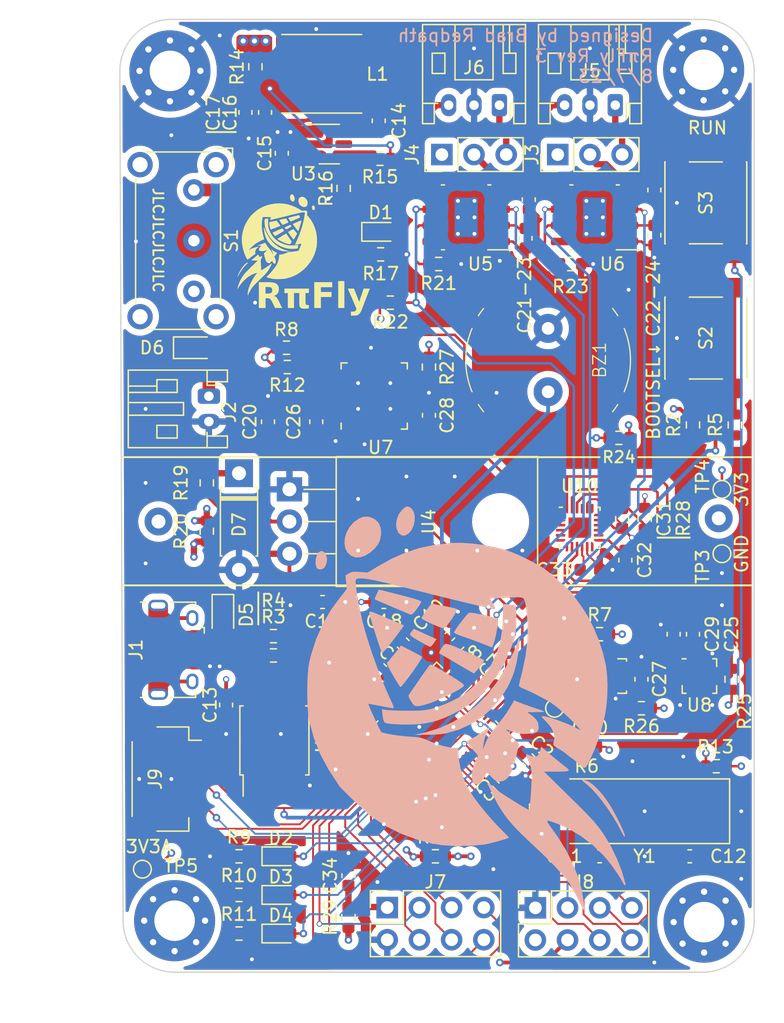
<source format=kicad_pcb>
(kicad_pcb (version 20221018) (generator pcbnew)
  (layers (0 "F.Cu" signal) (1 "In1.Cu" signal) (2 "In2.Cu" signal) (31 "B.Cu" signal) (34 "B.Paste" user) (35 "F.Paste" user) (36 "B.SilkS" user "B.Silkscreen") (37 "F.SilkS" user "F.Silkscreen") (38 "B.Mask" user) (39 "F.Mask" user) (44 "Edge.Cuts" user))
  (net 0 "")
  (net 1 "GPIO_11 (BUZZER)")
  (net 2 "GND")
  (net 3 "+1V1")
  (net 4 "+3V3")
  (net 5 "/XIN")
  (net 6 "Net-(C12-Pad1)")
  (net 7 "Net-(U3-BST)")
  (net 8 "Net-(U3-SW)")
  (net 9 "VSS")
  (net 10 "Net-(U4-VI)")
  (net 11 "Net-(U5-dVdt)")
  (net 12 "Net-(U6-dVdt)")
  (net 13 "P_SWITCH_2_IN")
  (net 14 "P_SWITCH_1_IN")
  (net 15 "Net-(U8-VDD)")
  (net 16 "Net-(U7-*CS)")
  (net 17 "Net-(U9-CS)")
  (net 18 "Net-(U10-VDD)")
  (net 19 "Net-(U10-REGOUT)")
  (net 20 "Net-(D1-A)")
  (net 21 "Net-(D1-K)")
  (net 22 "GPIO_8 (LED)")
  (net 23 "Net-(D2-K)")
  (net 24 "GPIO_9 (LED)")
  (net 25 "Net-(D3-K)")
  (net 26 "GPIO_10 (LED)")
  (net 27 "Net-(J7-Pin_1)")
  (net 28 "VS")
  (net 29 "USB_D-")
  (net 30 "USB_D+")
  (net 32 "unconnected-(J1-Pad6)")
  (net 33 "GPIO_1 (UART_RX)")
  (net 34 "GPIO_0 (UART_TX)")
  (net 35 "SWCLK")
  (net 36 "SWD")
  (net 37 "/Connectors/P_SWITCH_1_V+")
  (net 38 "P_SWITCH_1_OUT")
  (net 39 "GPIO_ADC0 (OUT 5)")
  (net 40 "GPIO_3 (CSN)")
  (net 41 "GPIO_5 (CE)")
  (net 42 "GPIO_7 (MOSI)")
  (net 43 "GPIO_6 (SCK)")
  (net 44 "GPIO_2 (IRQ)")
  (net 45 "GPIO_4 (MISO)")
  (net 46 "/Connectors/P_SWITCH_2_V+")
  (net 47 "P_SWITCH_2_OUT")
  (net 48 "/XOUT")
  (net 49 "/QSPI_SS")
  (net 50 "Net-(R5-Pad1)")
  (net 51 "GPIO_16 (SDA)")
  (net 52 "GPIO_17 (SCL)")
  (net 53 "/RUN")
  (net 54 "Net-(U3-FB)")
  (net 55 "+3.3VA")
  (net 56 "Net-(U5-ILM)")
  (net 57 "Net-(U6-ILM)")
  (net 59 "GPIO_20")
  (net 60 "GPIO_21")
  (net 61 "GPIO_ADC1")
  (net 62 "GPIO_ADC2")
  (net 63 "GPIO_ADC3")
  (net 64 "/QSPI_SD3")
  (net 65 "/QSPI_SCLK")
  (net 66 "/QSPI_SD0")
  (net 67 "/QSPI_SD2")
  (net 68 "/QSPI_SD1")
  (net 104 "/USB__D+")
  (net 105 "/USB__D-")
  (net 106 "GPIO_15 (OUT 4)")
  (net 107 "GPIO_12 (OUT 1)")
  (net 108 "GPIO_14 (OUT 3)")
  (net 109 "GPIO_13 (OUT 2)")
  (net 110 "GPIO_25 (PSENSE 2)")
  (net 111 "GPIO_23 (PSENSE 1)")
  (net 112 "GPIO_22 (PSWITCH 1)")
  (net 113 "GPIO_24 (PSWITCH 2)")
  (net 114 "GPIO_18 (SDA)")
  (net 115 "GPIO_19 (SCL)")
  (net 116 "Net-(U4-VO)")
  (net 117 "Net-(D4-K)")
  (net 118 "Net-(D5-A)")
  (net 119 "Net-(D5-K)")
  (footprint "Resistor_SMD:R_0603_1608Metric" (layer "F.Cu") (at 159.512 110.744 180)
    (fp_text reference "R6")
    (fp_text value "10k")
  )
  (footprint "Capacitor_SMD:C_0603_1608Metric" (layer "F.Cu") (at 138.176 85.09 -90)
    (fp_text reference "C26")
    (fp_text value "100n")
  )
  (footprint "TestPoint:TestPoint_Pad_D1.0mm" (layer "F.Cu") (at 170.18 95.504 90)
    (fp_text reference "TP3")
    (fp_text value "GND")
  )
  (footprint "Resistor_SMD:R_0603_1608Metric" (layer "F.Cu") (at 129.54 89.916 -90)
    (fp_text reference "R19")
    (fp_text value "0R")
  )
  (footprint "Package_CSP:LFCSP-32-1EP_5x5mm_P0.5mm_EP3.6x3.6mm" (layer "F.Cu") (at 142.748 83.058 90)
    (fp_text reference "U7")
    (fp_text value "ADXL314")
  )
  (footprint "Resistor_SMD:R_0603_1608Metric" (layer "F.Cu") (at 134.7978 102.0064)
    (fp_text reference "R4")
    (fp_text value "27")
  )
  (footprint "MountingHole:MountingHole_3.2mm_M3_Pad_Via" (layer "F.Cu") (at 168.736944 57.323056)
    (fp_text reference "H2")
    (fp_text value "MountingHole")
  )
  (footprint "Package_TO_SOT_SMD:TSOT-23-6" (layer "F.Cu") (at 139.2052 63.18)
    (fp_text reference "U3")
    (fp_text value "AP62200WU-7")
  )
  (footprint "Capacitor_SMD:C_0603_1608Metric" (layer "F.Cu") (at 152.8572 113.1316 -45)
    (fp_text reference "C3")
    (fp_text value "100n")
  )
  (footprint "Package_SO:Texas_R-PDSO-G8_EP2.95x4.9mm_Mask2.4x3.1mm_ThermalVias" (layer "F.Cu") (at 150.002 68.961 180)
    (fp_text reference "U5")
    (fp_text value "TPS259620")
  )
  (footprint "Connector_PinHeader_2.54mm:PinHeader_1x03_P2.54mm_Vertical" (layer "F.Cu") (at 148.082 64.008 90)
    (fp_text reference "J4")
    (fp_text value "P_SWITCH 2 Selector")
  )
  (footprint "Connector_JST:JST_PH_S3B-PH-K_1x03_P2.00mm_Horizontal" (layer "F.Cu") (at 152.622 60.108 180)
    (fp_text reference "J6")
    (fp_text value "PSwitch2")
  )
  (footprint "TestPoint:TestPoint_Pad_D1.0mm" (layer "F.Cu") (at 156.972 103.124)
    (fp_text reference "TP2")
    (fp_text value "SCL Test Point")
  )
  (footprint "Capacitor_SMD:C_0603_1608Metric" (layer "F.Cu") (at 143.1036 61.341 90)
    (fp_text reference "C14")
    (fp_text value "100n")
  )
  (footprint "Resistor_SMD:R_0603_1608Metric" (layer "F.Cu") (at 147.066 80.772 -90)
    (fp_text reference "R27")
    (fp_text value "0R")
  )
  (footprint "Buzzer_Beeper:PKM13EPYH4000" (layer "F.Cu") (at 156.464 80.224 -90)
    (fp_text reference "BZ1")
    (fp_text value "PKM13EPYH4000")
  )
  (footprint "Button_Switch_SMD:SW_Push_1P1T_NO_6x6mm_H9.5mm" (layer "F.Cu") (at 168.91 78.486 90)
    (fp_text reference "S2")
    (fp_text value "PTS645SM43SMTR92_LFS")
  )
  (footprint "Capacitor_SMD:C_0603_1608Metric" (layer "F.Cu") (at 166.37 101.854 -90)
    (fp_text reference "C29")
    (fp_text value "100n")
  )
  (footprint "Connector_JST:JST_PH_S3B-PH-K_1x03_P2.00mm_Horizontal" (layer "F.Cu") (at 161.766 60.108 180)
    (fp_text reference "J5")
    (fp_text value "PSwitch1")
  )
  (footprint "LED_SMD:LED_0603_1608Metric" (layer "F.Cu") (at 135.382 119.38)
    (fp_text reference "D2")
    (fp_text value "B1931UD")
  )
  (footprint "Connector_JST:JST_PH_S2B-PH-K_1x02_P2.00mm_Horizontal" (layer "F.Cu") (at 129.704 83.074 -90)
    (fp_text reference "J2")
    (fp_text value "Battery Connector")
  )
  (footprint "Capacitor_SMD:C_0603_1608Metric" (layer "F.Cu") (at 159.766 107.696)
    (fp_text reference "C30")
    (fp_text value "100n")
  )
  (footprint "Resistor_SMD:R_0603_1608Metric" (layer "F.Cu") (at 144.018 75.692)
    (fp_text reference "R22")
    (fp_text value "10k")
  )
  (footprint "Capacitor_SMD:C_0603_1608Metric" (layer "F.Cu") (at 143.51 99.314)
    (fp_text reference "C18")
    (fp_text value "10u")
  )
  (footprint "Resistor_SMD:R_0603_1608Metric" (layer "F.Cu") (at 132.08 122.428 180)
    (fp_text reference "R10")
    (fp_text value "330")
  )
  (footprint "Capacitor_SMD:C_0603_1608Metric" (layer "F.Cu") (at 143.256 104.648 135)
    (fp_text reference "C6")
    (fp_text value "100n")
  )
  (footprint "Connector_PinHeader_2.54mm:PinHeader_1x03_P2.54mm_Vertical" (layer "F.Cu") (at 157.226 64.008 90)
    (fp_text reference "J3")
    (fp_text value "P_SWITCH 1 Selector")
  )
  (footprint "Resistor_SMD:R_0603_1608Metric" (layer "F.Cu") (at 143.256 71.882)
    (fp_text reference "R17")
    (fp_text value "330")
  )
  (footprint "Crystal:Crystal_SMD_HC49-SD" (layer "F.Cu") (at 164.084 115.824 180)
    (fp_text reference "Y1")
    (fp_text value "ABLS-12.000MHZ-B4-T")
  )
  (footprint "Button_Switch_THT:SW_E-Switch_EG1224_SPDT_Angled" (layer "F.Cu") (at 128.524 66.802 -90)
    (fp_text reference "S1")
    (fp_text value "EG1224")
  )
  (footprint "Diode_SMD:D_SOD-323" (layer "F.Cu") (at 130.81 100.33 -90)
    (fp_text reference "D5")
    (fp_text value "CUS10S30")
  )
  (footprint "Capacitor_SMD:C_0603_1608Metric" (layer "F.Cu") (at 134.1374 60.6806 -90)
    (fp_text reference "C16")
    (fp_text value "22u")
  )
  (footprint "Capacitor_SMD:C_0603_1608Metric" (layer "F.Cu") (at 147.066 84.582 -90)
    (fp_text reference "C28")
    (fp_text value "100n")
  )
  (footprint "Capacitor_SMD:C_0603_1608Metric" (layer "F.Cu") (at 140.97 111.252 -135)
    (fp_text reference "C5")
    (fp_text value "100n")
  )
  (footprint "Package_SO:Texas_R-PDSO-G8_EP2.95x4.9mm_Mask2.4x3.1mm_ThermalVias" (layer "F.Cu") (at 160.132 68.961 180)
    (fp_text reference "U6")
    (fp_text value "TPS259620")
  )
  (footprint "Resistor_SMD:R_0603_1608Metric" (layer "F.Cu") (at 158.242 72.644 180)
    (fp_text reference "R23")
    (fp_text value "1k")
  )
  (footprint "Capacitor_SMD:C_0603_1608Metric" (layer "F.Cu") (at 159.766 96.774)
    (fp_text reference "C33")
    (fp_text value "100n")
  )
  (footprint "Capacitor_SMD:C_0603_1608Metric" (layer "F.Cu") (at 160.528 119.38 180)
    (fp_text reference "C11")
    (fp_text value "27p")
  )
  (footprint "Capacitor_SMD:C_0603_1608Metric" (layer "F.Cu") (at 140.97 104.648 135)
    (fp_text reference "C9")
    (fp_text value "1u")
  )
  (footprint "Resistor_SMD:R_0603_1608Metric" (layer "F.Cu") (at 147.828 72.644 180)
    (fp_text reference "R21")
    (fp_text value "1k")
  )
  (footprint "Package_LGA:ST_HLGA-10_2.5x2.5mm_P0.6mm_LayoutBorder3x2y" (layer "F.Cu") (at 168.402 105.156)
    (fp_text reference "U8")
    (fp_text value "LPS22DF")
  )
  (footprint "Resistor_SMD:R_0603_1608Metric" (layer "F.Cu") (at 169.735 112.268 180)
    (fp_text reference "R13")
    (fp_text value "10k")
  )
  (footprint "Resistor_SMD:R_0603_1608Metric" (layer "F.Cu") (at 135.89 80.772 180)
    (fp_text reference "R12")
    (fp_text value "10k")
  )
  (footprint "Connector_USB:USB_Micro-B_Amphenol_10118194_Horizontal" (layer "F.Cu") (at 127 103.084 -90)
    (fp_text reference "J1")
    (fp_text value "10118194-0001LF")
  )
  (footprint "Resistor_SMD:R_0603_1608Metric" (layer "F.Cu") (at 143.2052 64.3382 180)
    (fp_text reference "R15")
    (fp_text value "31.6k")
  )
  (footprint "Capacitor_SMD:C_0603_1608Metric" (layer "F.Cu") (at 138.671 99.314)
    (fp_text reference "C19")
    (fp_text value "1u")
  )
  (footprint "Capacitor_SMD:C_0603_1608Metric" (layer "F.Cu") (at 154.94 111.76 -45)
    (fp_text reference "C2")
    (fp_text value "100n")
  )
  (footprint "Package_SO:SOIC-8_5.23x5.23mm_P1.27mm" (layer "F.Cu") (at 134.874 110.236 90)
    (fp_text reference "U2")
    (fp_text value "W25Q64JVSSIQ")
  )
  (footprint "Package_DFN_QFN:QFN-56-1EP_7x7mm_P0.4mm_EP3.2x3.2mm" (layer "F.Cu") (at 147.68267 109.160829 45)
    (fp_text reference "U1")
    (fp_text value "RP2040")
  )
  (footprint "Resistor_SMD:R_0603_1608Metric" (layer "F.Cu") (at 147.574 119.38 180)
    (fp_text reference "R18")
    (fp_text value "0R")
  )
  (footprint "Package_TO_SOT_THT:TO-220-3_Horizontal_TabDown" (layer "F.Cu") (at 136.058 90.424 -90)
    (fp_text reference "U4")
    (fp_text value "LM1117T-3.3")
  )
  (footprint "Capacitor_SMD:C_0603_1608Metric" (layer "F.Cu") (at 148.082 101.346 45)
    (fp_text reference "C10")
    (fp_text value "1u")
  )
  (footprint "Resistor_SMD:R_0603_1608Metric" (layer "F.Cu") (at 155.7528 114.554 180)
    (fp_text reference "R1")
    (fp_text value "1k")
  )
  (footprint "MountingHole:MountingHole_1.1mm_M1_Pad" (layer "F.Cu") (at 169.926 92.71)
    (fp_text reference "H5")
    (fp_text value "MountingHole")
  )
  (footprint "Resistor_SMD:R_0603_1608Metric" (layer "F.Cu") (at 132.08 125.476 180)
    (fp_text reference "R11")
    (fp_text value "330")
  )
  (footprint "Capacitor_SMD:C_0603_1608Metric" (layer "F.Cu") (at 132.588 60.6806 -90)
    (fp_text reference "C17")
    (fp_text value "22u")
  )
  (footprint "Resistor_SMD:R_0603_1608Metric" (layer "F.Cu") (at 133.3754 57.0738 90)
    (fp_text reference "R14")
    (fp_text value "0R")
  )
  (footprint "Resistor_SMD:R_0603_1608Metric" (layer "F.Cu") (at 132.08 119.38 180)
    (fp_text reference "R9")
    (fp_text value "330")
  )
  (footprint "Capacitor_SMD:C_0603_1608Metric" (layer "F.Cu") (at 154.686 70.612 90)
    (fp_text reference "C21")
    (fp_text value "DNP")
  )
  (footprint "MountingHole:MountingHole_3.2mm_M3_Pad_Via" (layer "F.Cu") (at 168.77 124.574)
    (fp_text reference "H4")
    (fp_text value "MountingHole")
  )
  (footprint "Package_DFN_QFN:QFN-24-1EP_3x3mm_P0.4mm_EP1.75x1.6mm" (layer "F.Cu") (at 158.95 93.448)
    (fp_text reference "U10")
    (fp_text value "ICM-20649")
  )
  (footprint "Connector_JST:JST_SH_SM06B-SRSS-TB_1x06-1MP_P1.00mm_Horizontal" (layer "F.Cu") (at 126.335 113.284 -90)
    (fp_text reference "J9")
    (fp_text value "Debug Connector")
  )
  (footprint "Capacitor_SMD:C_0603_1608Metric" (layer "F.Cu") (at 162.56 96.012 90)
    (fp_text reference "C32")
    (fp_text value "100n")
  )
  (footprint "Resistor_SMD:R_0603_1608Metric" (layer "F.Cu") (at 162.052 86.36 180)
    (fp_text reference "R24")
    (fp_text value "10k")
  )
  (footprint "Connector_PinSocket_2.54mm:PinSocket_2x04_P2.54mm_Vertical" (layer "F.Cu") (at 143.774 123.424 90)
    (fp_text reference "J7")
    (fp_text value "Radio Connector")
  )
  (footprint "TestPoint:TestPoint_Pad_D1.0mm" (layer "F.Cu") (at 124.46 120.396)
    (fp_text reference "TP5")
    (fp_text value "3V3A")
  )
  (footprint "Capacitor_SMD:C_0603_1608Metric" (layer "F.Cu") (at 167.64 119.38 180)
    (fp_text reference "C12")
    (fp_text value "27p")
  )
  (footprint "Diode_SMD:D_SOD-323" (layer "F.Cu") (at 128.524 79.248)
    (fp_text reference "D6")
    (fp_text value "CUS10S30")
  )
  (footprint "Capacitor_SMD:C_0603_1608Metric" (layer "F.Cu") (at 140.716 120.904 90)
    (fp_text reference "C34")
    (fp_text value "10u")
  )
  (footprint "Resistor_SMD:R_0603_1608Metric" (layer "F.Cu") (at 167.894 85.344 90)
    (fp_text reference "R2")
    (fp_text value "DNF")
  )
  (footprint "Capacitor_SMD:C_0603_1608Metric" (layer "F.Cu") (at 134.366 85.09 90)
    (fp_text reference "C20")
    (fp_text value "10u")
  )
  (footprint "Capacitor_SMD:C_0603_1608Metric" (layer "F.Cu") (at 135.4582 63.9064 -90)
    (fp_text reference "C15")
    (fp_text value "10u")
  )
  (footprint "Capacitor_SMD:C_0603_1608Metric" (layer "F.Cu") (at 154.94 67.564 -90)
    (fp_text reference "C23")
    (fp_text value "100n")
  )
  (footprint "Capacitor_SMD:C_0603_1608Metric" (layer "F.Cu") (at 145.034 102.616 135)
    (fp_text reference "C1")
    (fp_text value "100n")
  )
  (footprint "MountingHole:MountingHole_1.1mm_M1_Pad" (layer "F.Cu") (at 125.73 92.964)
    (fp_text reference "H6")
    (fp_text value "MountingHole")
  )
  (footprint "Capacitor_SMD:C_0603_1608Metric" (layer "F.Cu") (at 167.894 101.854 -90)
    (fp_text reference "C25")
    (fp_text value "100n")
  )
  (footprint "LED_SMD:LED_0603_1608Metric" (layer "F.Cu") (at 135.382 125.476)
    (fp_text reference "D4")
    (fp_text value "B1931UD")
  )
  (footprint "LOGO" (layer "F.Cu") (at 135.128 70.866)
    (fp_text reference "G***" hide)
    (fp_text value "LOGO" hide)
  )
  (footprint "Capacitor_SMD:C_0603_1608Metric" (layer "F.Cu") (at 164.846 70.371 90)
    (fp_text reference "C22")
    (fp_text value "DNP")
  )
  (footprint "Resistor_SMD:R_0603_1608Metric" (layer "F.Cu") (at 170.942 105.41 90)
    (fp_text reference "R25")
    (fp_text value "0R")
  )
  (footprint "Package_LGA:LGA-14_3x2.5mm_P0.5mm_LayoutBorder3x4y" (layer "F.Cu") (at 161.036 105.156)
    (fp_text reference "U9")
    (fp_text value "LSM6DSM")
  )
  (footprint "Resistor_SMD:R_0603_1608Metric" (layer "F.Cu") (at 129.54 93.726 -90)
    (fp_text reference "R20")
    (fp_text value "0R")
  )
  (footprint "Resistor_SMD:R_0603_1608Metric" (layer "F.Cu") (at 135.827 79.248)
    (fp_text reference "R8")
    (fp_text value "10k")
  )
  (footprint "Resistor_SMD:R_0603_1608Metric" (layer "F.Cu") (at 164.084 92.71 -90)
    (fp_text reference "R28")
    (fp_text value "0R")
  )
  (footprint "Button_Switch_SMD:SW_Push_1P1T_NO_6x6mm_H9.5mm" (layer "F.Cu") (at 168.91 67.818 90)
    (fp_text reference "S3")
    (fp_text value "PTS645SM43SMTR92_LFS")
  )
  (footprint "Diode_SMD:D_0603_1608Metric" (layer "F.Cu") (at 143.256 70.104)
    (fp_text reference "D1")
    (fp_text value "B1931UD")
  )
  (footprint "Resistor_SMD:R_0603_1608Metric" (layer "F.Cu") (at 140.335 66.675 -90)
    (fp_text reference "R16")
    (fp_text value "10k")
  )
  (footprint "Resistor_SMD:R_0603_1608Metric" (layer "F.Cu") (at 134.7978 103.5304)
    (fp_text reference "R3")
    (fp_text value "27")
  )
  (footprint "Resistor_SMD:R_0603_1608Metric" (layer "F.Cu") (at 160.528 101.854)
    (fp_text reference "R7")
    (fp_text value "10k")
  )
  (footprint "Capacitor_SMD:C_0603_1608Metric" (layer "F.Cu") (at 152.908 105.41 45)
    (fp_text reference "C7")
    (fp_text value "100n")
  )
  (footprint "Resistor_SMD:R_0603_1608Metric" (layer "F.Cu") (at 171.196 85.344 -90)
    (fp_text reference "R5")
    (fp_text value "1k")
  )
  (footprint "Diode_THT:D_DO-41_SOD81_P7.62mm_Horizontal" (layer "F.Cu") (at 132.08 89.154 -90)
    (fp_text reference "D7")
    (fp_text value "15V")
  )
  (footprint "Resistor_SMD:R_0603_1608Metric" (layer "F.Cu") (at 140.716 124.206 90)
    (fp_text reference "R29")
    (fp_text value "0R")
  )
  (footprint "Capacitor_SMD:C_0603_1608Metric" (layer "F.Cu") (at 164.846 66.802 -90)
    (fp_text reference "C24")
    (fp_text value "100n")
  )
  (footprint "TestPoint:TestPoint_Pad_D1.0mm" (layer "F.Cu") (at 170.18 90.424 90)
    (fp_text reference "TP4")
    (fp_text value "3V3")
  )
  (footprint "Resistor_SMD:R_0603_1608Metric" (layer "F.Cu") (at 163.83 107.696 180)
    (fp_text reference "R26")
    (fp_text value "0R")
  )
  (footprint "MountingHole:MountingHole_3.2mm_M3_Pad_Via" (layer "F.Cu") (at 127 124.46)
    (fp_text reference "H3")
    (fp_text value "MountingHole")
  )
  (footprint "Capacitor_SMD:C_0603_1608Metric" (layer "F.Cu") (at 162.306 92.71 -90)
    (fp_text reference "C31")
    (fp_text value "100n")
  )
  (footprint "Capacitor_SMD:C_0603_1608Metric" (layer "F.Cu") (at 149.352 102.616 45)
    (fp_text reference "C8")
    (fp_text value "100n")
  )
  (footprint "Capacitor_SMD:C_0603_1608Metric" (layer "F.Cu") (at 144.272 115.062 -135)
    (fp_text reference "C4")
    (fp_text value "100n")
  )
  (footprint "LED_SMD:LED_0603_1608Metric" (layer "F.Cu") (at 135.382 122.428)
    (fp_text reference "D3")
    (fp_text value "B1931UD")
  )
  (footprint "Capacitor_SMD:C_0603_1608Metric" (layer "F.Cu") (at 163.83 105.41 -90)
    (fp_text reference "C27")
    (fp_text value "100n")
  )
  (footprint "Inductor_SMD:L_Taiyo-Yuden_NR-60xx" (layer "F.Cu") (at 138.6078 57.6326 180)
    (fp_text reference "L1")
    (fp_text value "4.7u")
  )
  (footprint "TestPoint:TestPoint_Pad_D1.0mm" (layer "F.Cu") (at 156.972 107.696)
    (fp_text reference "TP1")
    (fp_text value "SDA Test Point")
  )
  (footprint "Capacitor_SMD:C_0603_1608Metric" (layer "F.Cu") (at 131.064 107.442 -90)
    (fp_text reference "C13")
    (fp_text value "100n")
  )
  (footprint "Connector_PinSocket_2.54mm:PinSocket_2x04_P2.54mm_Vertical" (layer "F.Cu") (at 155.458 123.444 90)
    (fp_text reference "J8")
    (fp_text value "Extension Connector")
  )
  (footprint "LOGO" (layer "B.Cu") (at 149.86 106.68 180)
    (fp_text reference "G***" hide)
    (fp_text value "LOGO" hide)
  )
  (footprint "MountingHole:MountingHole_3.2mm_M3_Pad_Via" (layer "B.Cu") (at 126.632 57.404 180)
    (fp_text reference "H1")
    (fp_text value "MountingHole")
  )
  (gr_line (start 160.528 87.884) (end 122.936 87.884) (stroke (width 0.15)) (layer "F.SilkS"))
  (gr_line (start 172.466 98) (end 122.936 98) (stroke (width 0.15)) (layer "F.SilkS"))
  (gr_line (start 133.604 101.092) (end 133.604 98.552) (stroke (width 0.15)) (layer "F.SilkS"))
  (gr_line (start 129.54 62.23) (end 131.826 62.23) (stroke (width 0.15)) (layer "F.SilkS"))
  (gr_line (start 163.576 87.884) (end 172.466 87.884) (stroke (width 0.15)) (layer "F.SilkS"))
  (gr_line (start 165.1 94.234) (end 167.64 94.234) (stroke (width 0.15)) (layer "F.SilkS"))
  (gr_arc (start 172.72 124.46) (mid 171.529682 127.333682) (end 168.656 128.524) (stroke (width 0.1)) (layer "Edge.Cuts"))
  (gr_line (start 122.682 57.404) (end 122.936 124.46) (stroke (width 0.1)) (layer "Edge.Cuts"))
  (gr_arc (start 168.656 53.34) (mid 171.529682 54.530318) (end 172.72 57.404) (stroke (width 0.1)) (layer "Edge.Cuts"))
  (gr_line (start 127 128.524) (end 168.656 128.524) (stroke (width 0.1)) (layer "Edge.Cuts"))
  (gr_line (start 126.746 53.34) (end 168.656 53.34) (stroke (width 0.1)) (layer "Edge.Cuts"))
  (gr_line (start 172.72 57.404) (end 172.72 124.46) (stroke (width 0.1)) (layer "Edge.Cuts"))
  (gr_arc (start 127 128.524) (mid 124.126318 127.333682) (end 122.936 124.46) (stroke (width 0.1)) (layer "Edge.Cuts"))
  (gr_arc (start 122.682 57.404) (mid 123.872318 54.530319) (end 126.746 53.34) (stroke (width 0.1)) (layer "Edge.Cuts"))
  (gr_text "Designed by Brad Redpath\nRπFly Rev 3\n8/7/23" (at 164.846 58.42) (layer "B.SilkS") (effects (font (size 1 1)) (justify left bottom mirror)))
  (gr_text "RπFly" (at 137.922 76.454) (layer "F.SilkS") (effects (font (size 2 2) (thickness 0.25) bold) (justify bottom)))
  (gr_text "BOOTSEL↓ " (at 165.354 86.614 90) (layer "F.SilkS") (effects (font (size 1 1)) (justify left bottom)))
  (gr_text "JLCJLCJLCJLC" (at 125.222 66.548 270) (layer "F.SilkS") (effects (font (size 0.8 0.8) (thickness 0.15) bold) (justify left bottom)))
  (gr_text "RUN" (at 167.386 62.484) (layer "F.SilkS") (effects (font (size 1 1)) (justify left bottom)))
  (gr_text "C21-23" (at 155.194 78.232 90) (layer "F.SilkS") (effects (font (size 1 1)) (justify left bottom)))
  (gr_text "C22-24" (at 165.354 78.486 90) (layer "F.SilkS") (effects (font (size 1 1)) (justify left bottom)))
  (segment (start 147.828 112.692454) (end 147.828 112.268) (width 0.15) (layer "F.Cu") (net 1))
  (segment (start 148.59 111.506) (end 148.59 110.905151) (width 0.15) (layer "F.Cu") (net 1))
  (segment (start 147.090468 113.429986) (end 147.828 112.692454) (width 0.15) (layer "F.Cu") (net 1))
  (segment (start 150.220412 109.274739) (end 150.220412 108.564412) (width 0.15) (layer "F.Cu") (net 1))
  (segment (start 148.59 110.905151) (end 150.220412 109.274739) (width 0.15) (layer "F.Cu") (net 1))
  (segment (start 147.828 112.268) (end 148.59 111.506) (width 0.15) (layer "F.Cu") (net 1))
  (segment (start 150.220412 108.564412) (end 148.082 106.426) (width 0.15) (layer "F.Cu") (net 1))
  (via (at 148.082 106.426) (size 0.45) (drill 0.3) (layers "F.Cu" "B.Cu") (net 1))
  (segment (start 148.082 92.71) (end 148.082 106.426) (width 0.3) (layer "B.Cu") (net 1))
  (segment (start 156.464 84.328) (end 148.082 92.71) (width 0.3) (layer "B.Cu") (net 1))
  (segment (start 156.464 82.724) (end 156.464 84.328) (width 0.3) (layer "B.Cu") (net 1))
  (segment (start 164.846 67.577) (end 165.621 67.577) (width 0.2) (layer "F.Cu") (net 2))
  (segment (start 160.541 96.527583) (end 160.541 96.774) (width 0.15) (layer "F.Cu") (net 2))
  (segment (start 158.5214 97.6376) (end 161.1376 97.6376) (width 0.2) (layer "F.Cu") (net 2))
  (segment (start 144.485992 102.067992) (end 143.764 101.346) (width 0.3) (layer "F.Cu") (net 2))
  (segment (start 152.654 70.9555) (end 152.5645 70.866) (width 0.3) (layer "F.Cu") (net 2))
  (segment (start 161.531 96.787) (end 160.554 96.787) (width 0.2) (layer "F.Cu") (net 2))
  (segment (start 153.162 103.632) (end 153.416 103.378) (width 0.2) (layer "F.Cu") (net 2))
  (segment (start 155.702 68.834) (end 155.702 71.12) (width 0.2) (layer "F.Cu") (net 2))
  (segment (start 153.162 104.567984) (end 153.162 103.632) (width 0.2) (layer "F.Cu") (net 2))
  (segment (start 153.456008 104.861992) (end 153.162 104.567984) (width 0.2) (layer "F.Cu") (net 2))
  (segment (start 128.335 114.784) (end 127.357 114.784) (width 0.15) (layer "F.Cu") (net 2))
  (segment (start 154.191 71.387) (end 154.686 71.387) (width 0.2) (layer "F.Cu") (net 2))
  (segment (start 163.83 70.866) (end 164.11 71.146) (width 0.2) (layer "F.Cu") (net 2))
  (segment (start 139.245032 104.099992) (end 139.79304 104.648) (width 0.3) (layer "F.Cu") (net 2))
  (segment (start 129.794 104.384) (end 128.4 104.384) (width 0.5) (layer "F.Cu") (net 2))
  (segment (start 162.56 96.787) (end 161.557 96.787) (width 0.2) (layer "F.Cu") (net 2))
  (segment (start 136.779 113.836) (end 137.624 113.836) (width 0.2) (layer "F.Cu") (net 2))
  (segment (start 166.624 78.486) (end 166.66 78.45) (width 0.3) (layer "F.Cu") (net 2))
  (segment (start 169.002 104.231) (end 169.002 103.794) (width 0.2) (layer "F.Cu") (net 2))
  (segment (start 161.036 106.0685) (end 161.536 106.0685) (width 0.15) (layer "F.Cu") (net 2))
  (segment (start 161.6775 93.485) (end 162.306 93.485) (width 0.2) (layer "F.Cu") (net 2))
  (segment (start 161.028 92.448) (end 161.29 92.71) (width 0.2) (layer "F.Cu") (net 2))
  (segment (start 140.421992 111.800008) (end 139.7 112.522) (width 0.3) (layer "F.Cu") (net 2))
  (segment (start 161.536 106.0685) (end 161.536 106.672) (width 0.15) (layer "F.Cu") (net 2))
  (segment (start 127.357 111.784) (end 128.335 111.784) (width 0.15) (layer "F.Cu") (net 2))
  (segment (start 169.418 107.442) (end 169.002 107.026) (width 0.15) (layer "F.Cu") (net 2))
  (segment (start 155.435 71.387) (end 154.686 71.387) (width 0.2) (layer "F.Cu") (net 2))
  (segment (start 162.319 93.485) (end 163.068 94.234) (width 0.2) (layer "F.Cu") (net 2))
  (segment (start 158.3072 96.023) (end 158.1848 96.1454) (width 0.2) (layer "F.Cu") (net 2))
  (segment (start 126.746 114.173) (end 126.746 113.284) (width 0.15) (layer "F.Cu") (net 2))
  (segment (start 139.1666 67.4878) (end 139.1412 67.4878) (width 0.3) (layer "F.Cu") (net 2))
  (segment (start 167.802 106.081) (end 167.802 106.518) (width 0.15) (layer "F.Cu") (net 2))
  (segment (start 159.55 91.948) (end 159.55 91.507523) (width 0.15) (layer "F.Cu") (net 2))
  (segment (start 151.13 114.3) (end 151.13 114.022372) (width 0.15) (layer "F.Cu") (net 2))
  (segment (start 130.556 104.394) (end 130.546 104.384) (width 0.5) (layer "F.Cu") (net 2))
  (segment (start 143.51 116.84) (end 143.256 116.586) (width 0.3) (layer "F.Cu") (net 2))
  (segment (start 166.66 71.793) (end 166.66 67.854) (width 0.3) (layer "F.Cu") (net 2))
  (segment (start 160.554 96.787) (end 160.541 96.774) (width 0.2) (layer "F.Cu") (net 2))
  (segment (start 161.557 96.787) (end 161.544 96.774) (width 0.2) (layer "F.Cu") (net 2))
  (segment (start 164.11 71.146) (end 164.846 71.146) (width 0.2) (layer "F.Cu") (net 2))
  (segment (start 166.66 67.782) (end 166.66 63.843) (width 0.3) (layer "F.Cu") (net 2))
  (segment (start 144.285 99.314) (end 145.288 99.314) (width 0.3) (layer "F.Cu") (net 2))
  (segment (start 161.1376 97.6376) (end 161.544 97.2312) (width 0.2) (layer "F.Cu") (net 2))
  (segment (start 158.1848 96.1454) (end 158.1848 97.301) (width 0.2) (layer "F.Cu") (net 2))
  (segment (start 139.1412 67.4878) (end 139.1412 67.4624) (width 0.3) (layer "F.Cu") (net 2))
  (segment (start 165.862 67.818) (end 166.624 67.818) (width 0.2) (layer "F.Cu") (net 2))
  (segment (start 159.8735 104.406) (end 159.8735 104.906) (width 0.15) (layer "F.Cu") (net 2))
  (segment (start 159.067 72.644) (end 160.02 72.644) (width 0.2) (layer "F.Cu") (net 2))
  (segment (start 139.873984 104.648) (end 140.421992 104.099992) (width 0.3) (layer "F.Cu") (net 2))
  (segment (start 131.064 108.217) (end 131.064 109.728) (width 0.3) (layer "F.Cu") (net 2))
  (segment (start 162.306 93.485) (end 162.319 93.485) (width 0.2) (layer "F.Cu") (net 2))
  (segment (start 139.192 104.099992) (end 139.245032 104.099992) (width 0.3) (layer "F.Cu") (net 2))
  (segment (start 149.900008 102.067992) (end 150.622 101.346) (width 0.3) (layer "F.Cu") (net 2))
  (segment (start 161.29 93.0975) (end 161.6775 93.485) (width 0.2) (layer "F.Cu") (net 2))
  (segment (start 134.366 84.315) (end 134.366 83.058) (width 0.3) (layer "F.Cu") (net 2))
  (segment (start 141.224 86.36) (end 140.998 86.134) (width 0.2) (layer "F.Cu") (net 2))
  (segment (start 162.6945 70.866) (end 163.83 70.866) (width 0.2) (layer "F.Cu") (net 2))
  (segment (start 143.256 116.586) (end 143.256 116.078) (width 0.3) (layer "F.Cu") (net 2))
  (segment (start 142.498 86.098) (end 142.236 86.36) (width 0.2) (layer "F.Cu") (net 2))
  (segment (start 159.858523 91.199) (end 160.287 91.199) (width 0.15) (layer "F.Cu") (net 2))
  (segment (start 161.303 119.38) (end 164.084 119.38) (width 0.3) (layer "F.Cu") (net 2))
  (segment (start 166.66 67.854) (end 166.624 67.818) (width 0.3) (layer "F.Cu") (net 2))
  (segment (start 154.94 68.339) (end 155.207 68.339) (width 0.2) (layer "F.Cu") (net 2))
  (segment (start 169.002 103.794) (end 169.418 103.378) (width 0.2) (layer "F.Cu") (net 2))
  (segment (start 162.306 93.218) (end 162.306 93.485) (width 0.15) (layer "F.Cu") (net 2))
  (segment (start 130.546 104.384) (end 129.794 104.384) (width 0.5) (layer "F.Cu") (net 2))
  (segment (start 159.8735 105.406) (end 158.754 105.406) (width 0.15) (layer "F.Cu") (net 2))
  (segment (start 139.1412 67.4624) (end 139.1788 67.5) (width 0.3) (layer "F.Cu") (net 2))
  (segment (start 153.67 70.866) (end 154.191 71.387) (width 0.2) (layer "F.Cu") (net 2))
  (segment (start 154.686 113.110016) (end 154.686 113.03) (width 0.3) (layer "F.Cu") (net 2))
  (segment (start 143.256 116.078) (end 143.723992 115.610008) (width 0.3) (layer "F.Cu") (net 2))
  (segment (start 141.986 86.36) (end 141.986 85.5075) (width 0.2) (layer "F.Cu") (net 2))
  (segment (start 131.255 122.428) (end 131.255 119.38) (width 0.3) (layer "F.Cu") (net 2))
  (segment (start 147.066 83.807) (end 147.066 82.804) (width 0.2) (layer "F.Cu") (net 2))
  (segment (start 158.316519 96.023) (end 158.3072 96.023) (width 0.2) (layer "F.Cu") (net 2))
  (segment (start 140.998 86.134) (end 140.998 85.4955) (width 0.2) (layer "F.Cu") (net 2))
  (segment (start 166.37 101.079) (end 167.894 101.079) (width 0.2) (layer "F.Cu") (net 2))
  (segment (start 166.66 78.522) (end 166.624 78.486) (width 0.3) (layer "F.Cu") (net 2))
  (segment (start 153.405208 113.679608) (end 154.116408 113.679608) (width 0.3) (layer "F.Cu") (net 2))
  (segment (start 152.5645 70.866) (end 153.67 70.866) (width 0.2) (layer "F.Cu") (net 2))
  (segment (start 154.116408 113.679608) (end 154.686 113.110016) (width 0.3) (layer "F.Cu") (net 2))
  (segment (start 164.846 71.146) (end 164.846 72.136) (width 0.2) (layer "F.Cu") (net 2))
  (segment (start 141.986 85.5075) (end 141.998 85.4955) (width 0.2) (layer "F.Cu") (net 2))
  (segment (start 139.79304 104.648) (end 139.873984 104.648) (width 0.3) (layer "F.Cu") (net 2))
  (segment (start 158.1848 97.301) (end 158.5214 97.6376) (width 0.2) (layer "F.Cu") (net 2))
  (segment (start 154.686 113.03) (end 154.766016 113.03) (width 0.3) (layer "F.Cu") (net 2))
  (segment (start 141.986 86.36) (end 141.224 86.36) (width 0.2) (layer "F.Cu") (net 2))
  (segment (start 151.13 114.022372) (end 149.406243 112.298615) (width 0.15) (layer "F.Cu") (net 2))
  (segment (start 140.716 120.129) (end 140.716 119.126) (width 0.3) (layer "F.Cu") (net 2))
  (segment (start 163.83 104.635) (end 163.83 103.632) (width 0.15) (layer "F.Cu") (net 2))
  (segment (start 140.421992 104.099992) (end 142.707992 104.099992) (width 0.3) (layer "F.Cu") (net 2))
  (segment (start 126.746 112.395) (end 127.357 111.784) (width 0.15) (layer "F.Cu") (net 2))
  (segment (start 166.66 82.461) (end 166.66 78.522) (width 0.3) (layer "F.Cu") (net 2))
  (segment (start 148.630008 100.797992) (end 149.352 100.076) (width 0.3) (layer "F.Cu") (net 2))
  (segment (start 158.75 94.948) (end 158.75 95.589519) (width 0.2) (layer "F.Cu") (net 2))
  (segment (start 144.081 71.882) (end 145.288 71.882) (width 0.3) (layer "F.Cu") (net 2))
  (segment (start 142.24 79.248) (end 142.494 79.248) (width 0.2) (layer "F.Cu") (net 2))
  (segment (start 155.702 71.12) (end 155.435 71.387) (width 0.2) (layer "F.Cu") (net 2))
  (segment (start 158.75 95.589519) (end 158.316519 96.023) (width 0.2) (layer "F.Cu") (net 2))
  (segment (start 155.207 68.339) (end 155.702 68.834) (width 0.2) (layer "F.Cu") (net 2))
  (segment (start 166.624 67.818) (end 166.66 67.782) (width 0.3) (layer "F.Cu") (net 2))
  (segment (start 148.653 72.644) (end 149.606 72.644) (width 0.2) (layer "F.Cu") (net 2))
  (segment (start 140.335 67.5) (end 139.1788 67.5) (width 0.3) (layer "F.Cu") (net 2))
  (segment (start 166.66 78.45) (end 166.66 74.511) (width 0.3) (layer "F.Cu") (net 2))
  (segment (start 160.287 91.199) (end 162.306 93.218) (width 0.15) (layer "F.Cu") (net 2))
  (segment (start 161.29 92.71) (end 161.29 93.0975) (width 0.2) (layer "F.Cu") (net 2))
  (segment (start 161.544 97.2312) (end 161.544 96.774) (width 0.2) (layer "F.Cu") (net 2))
  (segment (start 138.938 85.852) (end 139.7 86.614) (width 0.2) (layer "F.Cu") (net 2))
  (segment (start 142.498 85.4955) (end 142.498 86.098) (width 0.2) (layer "F.Cu") (net 2))
  (segment (start 161.536 106.672) (end 161.798 106.934) (width 0.15) (layer "F.Cu") (net 2))
  (segment (start 141.986 86.36) (end 141.986 86.868) (width 0.2) (layer "F.Cu") (net 2))
  (segment (start 154.766016 113.03) (end 155.488008 112.308008) (width 0.3) (layer "F.Cu") (net 2))
  (segment (start 166.37 101.079) (end 165.367 101.079) (width 0.2) (layer "F.Cu") (net 2))
  (segment (start 165.621 67.577) (end 165.862 67.818) (width 0.2) (layer "F.Cu") (net 2))
  (segment (start 126.746 113.284) (end 126.746 112.395) (width 0.15) (layer "F.Cu") (net 2))
  (segment (start 167.802 106.518) (end 166.878 107.442) (width 0.15) (layer "F.Cu") (net 2))
  (segment (start 152.654 72.39) (end 152.654 70.9555) (width 0.3) (layer "F.Cu") (net 2))
  (segment (start 169.002 107.026) (end 169.002 106.081) (width 0.15) (layer "F.Cu") (net 2))
  (segment (start 160.45 92.448) (end 161.028 92.448) (width 0.2) (layer "F.Cu") (net 2))
  (segment (start 158.991 107.696) (end 158.75 107.455) (width 0.2) (layer "F.Cu") (net 2))
  (segment (start 138.189 85.852) (end 138.938 85.852) (width 0.2) (layer "F.Cu") (net 2))
  (segment (start 142.236 86.36) (end 141.986 86.36) (width 0.2) (layer "F.Cu") (net 2))
  (segment (start 131.255 119.38) (end 129.794 119.38) (width 0.3) (layer "F.Cu") (net 2))
  (segment (start 139.446 99.314) (end 140.462 99.314) (width 0.2) (layer "F.Cu") (net 2))
  (segment (start 127.357 114.784) (end 126.746 114.173) (width 0.15) (layer "F.Cu") (net 2))
  (segment (start 158.75 107.455) (end 158.75 105.41) (width 0.2) (layer "F.Cu") (net 2))
  (segment (start 159.55 91.507523) (end 159.858523 91.199) (width 0.15) (layer "F.Cu") (net 2))
  (segment (start 159.55 94.948) (end 159.55 95.536583) (width 0.15) (layer "F.Cu") (net 2))
  (segment (start 170.18 97.028) (end 170.18 95.504) (width 0.2) (layer "F.Cu") (net 2))
  (segment (start 141.498 80.6205) (end 141.498 79.99) (width 0.2) (layer "F.Cu") (net 2))
  (segment (start 137.624 113.836) (end 137.668 113.792) (width 0.2) (layer "F.Cu") (net 2))
  (segment (start 159.8735 104.906) (end 159.8735 105.406) (width 0.15) (layer "F.Cu") (net 2))
  (segment (start 168.402 104.231) (end 169.002 104.231) (width 0.2) (layer "F.Cu") (net 2))
  (segment (start 161.544 96.774) (end 161.531 96.787) (width 0.2) (layer "F.Cu") (net 2))
  (segment (start 159.55 95.536583) (end 160.541 96.527583) (width 0.15) (layer "F.Cu") (net 2))
  (segment (start 164.084 119.38) (end 166.865 119.38) (width 0.3) (layer "F.Cu") (net 2))
  (segment (start 138.176 85.865) (end 138.189 85.852) (width 0.2) (layer "F.Cu") (net 2))
  (segment (start 141.498 79.99) (end 142.24 79.248) (width 0.2) (layer "F.Cu") (net 2))
  (segment (start 158.754 105.406) (end 158.75 105.41) (width 0.15) (layer "F.Cu") (net 2))
  (segment (start 131.255 125.476) (end 131.255 122.428) (width 0.3) (layer "F.Cu") (net 2))
  (segment (start 165.367 101.079) (end 165.354 101.092) (width 0.2) (layer "F.Cu") (net 2))
  (via (at 148.9964 109.1692) (size 0.5) (drill 0.3) (layers "F.Cu" "B.Cu") (net 2))
  (via (at 140.716 119.126) (size 0.6) (drill 0.3) (layers "F.Cu" "B.Cu") (net 2))
  (via (at 139.1412 67.4878) (size 0.5) (drill 0.3) (layers "F.Cu" "B.Cu") (net 2))
  (via (at 133.096 127.508) (size 0.6) (drill 0.3) (layers "F.Cu" "B.Cu") (net 2))
  (via (at 141.986 86.868) (size 0.45) (drill 0.3) (layers "F.Cu" "B.Cu") (net 2))
  (via (at 130.556 104.394) (size 0.5) (drill 0.3) (layers "F.Cu" "B.Cu") (net 2))
  (via (at 152.4 82.804) (size 0.6) (drill 0.3) (layers "F.Cu" "B.Cu") (net 2))
  (via (at 171.704 115.824) (size 0.6) (drill 0.3) (layers "F.Cu" "B.Cu") (net 2))
  (via (at 151.13 114.3) (size 0.45) (drill 0.3) (layers "F.Cu" "B.Cu") (net 2))
  (via (at 139.7 86.614) (size 0.6) (drill 0.3) (layers "F.Cu" "B.Cu") (net 2))
  (via (at 163.12 111.88) (size 0.45) (drill 0.3) (layers "F.Cu" "B.Cu") (net 2))
  (via (at 147.6756 110.49) (size 0.5) (drill 0.3) (layers "F.Cu" "B.Cu") (net 2))
  (via (at 143.764 101.346) (size 0.5) (drill 0.3) (layers "F.Cu" "B.Cu") (net 2))
  (via (at 136.144 62.23) (size 0.6) (drill 0.3) (layers "F.Cu" "B.Cu") (net 2))
  (via (at 145.288 89.408) (size 0.6) (drill 0.3) (layers "F.Cu" "B.Cu") (net 2))
  (via (at 130.556 54.61) (size 0.6) (drill 0.3) (layers "F.Cu" "B.Cu") (net 2))
  (via (at 133.35 75.692) (size 0.6) (drill 0.3) (layers "F.Cu" "B.Cu") (net 2))
  (via (at 141.478 82.042) (size 0.5) (drill 0.3) (layers "F.Cu" "B.Cu") (net 2))
  (via (at 141.478 95.25) (size 0.6) (drill 0.3) (layers "F.Cu" "B.Cu") (net 2))
  (via (at 149.352 100.076) (size 0.5) (drill 0.3) (layers "F.Cu" "B.Cu") (net 2))
  (via (at 145.288 99.314) (size 0.5) (drill 0.3) (layers "F.Cu" "B.Cu") (net 2))
  (via (at 170.18 99.568) (size 0.6) (drill 0.3) (layers "F.Cu" "B.Cu") (net 2))
  (via (at 129.794 119.38) (size 0.6) (drill 0.3) (layers "F.Cu" "B.Cu") (net 2))
  (via (at 166.624 78.486) (size 0.6) (drill 0.3) (layers "F.Cu" "B.Cu") (net 2))
  (via (at 165.354 101.092) (size 0.6) (drill 0.3) (layers "F.Cu" "B.Cu") (net 2))
  (via (at 154.432 95.25) (size 0.6) (drill 0.3) (layers "F.Cu" "B.Cu") (net 2))
  (via (at 123.952 70.866) (size 0.6) (drill 0.3) (layers "F.Cu" "B.Cu") (net 2))
  (via (at 153.416 103.378) (size 0.5) (drill 0.3) (layers "F.Cu" "B.Cu") (net 2))
  (via (at 144.018 84.074) (size 0.5) (drill 0.3) (layers "F.Cu" "B.Cu") (net 2))
  (via (at 134.366 83.058) (size 0.6) (drill 0.3) (layers "F.Cu" "B.Cu") (net 2))
  (via (at 158.75 105.41) (size 0.6) (drill 0.3) (layers "F.Cu" "B.Cu") (net 2))
  (via (at 171.704 121.158) (size 0.6) (drill 0.3) (layers "F.Cu" "B.Cu") (net 2))
  (via (at 152.654 72.39) (size 0.6) (drill 0.3) (layers "F.Cu" "B.Cu") (net 2))
  (via (at 167.132 111.506) (size 0.6) (drill 0.3) (layers "F.Cu" "B.Cu") (net 2))
  (via (at 137.668 113.792) (size 0.5) (drill 0.3) (layers "F.Cu" "B.Cu") (net 2))
  (via (at 147.6756 107.696) (size 0.5) (drill 0.3) (layers "F.Cu" "B.Cu") (net 2))
  (via (at 144.018 82.042) (size 0.5) (drill 0.3) (layers "F.Cu" "B.Cu") (net 2))
  (via (at 155.956 117.602) (size 0.6) (drill 0.3) (layers "F.Cu" "B.Cu") (net 2))
  (via (at 161.798 106.934) (size 0.6) (drill 0.3) (layers "F.Cu" "B.Cu") (net 2))
  (via (at 126.746 113.284) (size 0.6) (drill 0.3) (layers "F.Cu" "B.Cu") (net 2))
  (via (at 148.082 117.094) (size 0.6) (drill 0.3) (layers "F.Cu" "B.Cu") (net 2))
  (via (at 147.066 82.804) (size 0.6) (drill 0.3) (layers "F.Cu" "B.Cu") (net 2))
  (via (at 139.192 104.099992) (size 0.5) (drill 0.3) (layers "F.Cu" "B.Cu") (net 2))
  (via (at 142.494 79.248) (size 0.6) (drill 0.3) (layers "F.Cu" "B.Cu") (net 2))
  (via (at 143.51 116.84) (size 0.6) (drill 0.3) (layers "F.Cu" "B.Cu") (net 2))
  (via (at 152.146 120.396) (size 0.6) (drill 0.3) (layers "F.Cu" "B.Cu") (net 2))
  (via (at 164.846 127.762) (size 0.6) (drill 0.3) (layers "F.Cu" "B.Cu") (net 2))
  (via (at 164.084 115.824) (size 0.6) (drill 0.3) (layers "F.Cu" "B.Cu") (net 2))
  (via (at 136.144 99.568) (size 0.6) (drill 0.3) (layers "F.Cu" "B.Cu") (net 2))
  (via (at 164.846 72.136) (size 0.6) (drill 0.3) (layers "F.Cu" "B.Cu") (net 2))
  (via (at 166.878 107.442) (size 0.6) (drill 0.3) (layers "F.Cu" "B.Cu") (net 2))
  (via (at 155.194 109.474) (size 0.6) (drill 0.3) (layers "F.Cu" "B.Cu") (net 2))
  (via (at 124.714 96.266) (size 0.6) (drill 0.3) (layers "F.Cu" "B.Cu") (net 2))
  (via (at 154.686 113.03) (size 0.6) (drill 0.3) (layers "F.Cu" "B.Cu") (net 2))
  (via (at 166.624 67.818) (size 0.6) (drill 0.3) (layers "F.Cu" "B.Cu") (net 2))
  (via (at 124.714 84.074) (size 0.6) (drill 0.3) (layers "F.Cu" "B.Cu") (net 2))
  (via (at 141.478 91.186) (size 0.6) (drill 0.3) (layers "F.Cu" "B.Cu") (net 2))
  (via (at 169.418 107.442) (size 0.6) (drill 0.3) (layers "F.Cu" "B.Cu") (net 2))
  (via (at 131.064 109.728) (size 0.6) (drill 0.3) (layers "F.Cu" "B.Cu") (net 2))
  (via (at 163.83 103.632) (size 0.6) (drill 0.3) (layers "F.Cu" "B.Cu") (net 2))
  (via (at 170.18 97.028) (size 0.6) (drill 0.3) (layers "F.Cu" "B.Cu") (net 2))
  (via (at 135.128 62.23) (size 0.6) (drill 0.3) (layers "F.Cu" "B.Cu") (net 2))
  (via (at 124.714 89.916) (size 0.6) (drill 0.3) (layers "F.Cu" "B.Cu") (net 2))
  (via (at 124.206 113.284) (size 0.6) (drill 0.3) (layers "F.Cu" "B.Cu") (net 2))
  (via (at 149.098 89.408) (size 0.6) (drill 0.3) (layers "F.Cu" "B.Cu") (net 2))
  (via (at 157.734 100.584) (size 0.6) (drill 0.3) (layers "F.Cu" "B.Cu") (net 2))
  (via (at 149.606 72.644) (size 0.6) (drill 0.3) (layers "F.Cu" "B.Cu") (net 2))
  (via (at 159.766 55.626) (size 0.6) (drill 0.3) (layers "F.Cu" "B.Cu") (net 2))
  (via (at 143.002 121.412) (size 0.6) (drill 0.3) (layers "F.Cu" "B.Cu") (net 2))
  (via (at 132.842 62.738) (size 0.6) (drill 0.3) (layers "F.Cu" "B.Cu") (net 2))
  (via (at 145.288 95.25) (size 0.6) (drill 0.3) (layers "F.Cu" "B.Cu") (net 2))
  (via (at 140.462 99.314) (size 0.5) (drill 0.3) (layers "F.Cu" "B.Cu") (net 2))
  (via (at 139.7 112.522) (size 0.5) (drill 0.3) (layers "F.Cu" "B.Cu") (net 2))
  (via (at 146.304 109.1692) (size 0.5) (drill 0.3) (layers "F.Cu" "B.Cu") (net 2))
  (via (at 145.288 71.882) (size 0.6) (drill 0.3) (layers "F.Cu" "B.Cu") (net 2))
  (via (at 150.622 101.346) (size 0.5) (drill 0.3) (layers "F.Cu" "B.Cu") (net 2))
  (via (at 162.814 74.676) (size 0.6) (drill 0.3) (layers "F.Cu" "B.Cu") (net 2))
  (via (at 129.794 104.384) (size 0.5) (drill 0.3) (layers "F.Cu" "B.Cu") (net 2))
  (via (at 163.068 94.234) (size 0.45) (drill 0.3) (layers "F.Cu" "B.Cu") (net 2))
  (via (at 169.418 103.378) (size 0.6) (drill 0.3) (layers "F.Cu" "B.Cu") (net 2))
  (via (at 138.176 54.102) (size 0.6) (drill 0.3) (layers "F.Cu" "B.Cu") (net 2))
  (via (at 126.746 62.484) (size 0.6) (drill 0.3) (layers "F.Cu" "B.Cu") (net 2))
  (via (at 141.478 84.074) (size 0.5) (drill 0.3) (layers "F.Cu" "B.Cu") (net 2))
  (via (at 161.544 96.774) (size 0.45) (drill 0.3) (layers "F.Cu" "B.Cu") (net 2))
  (via (at 150.622 55.626) (size 0.6) (drill 0.3) (layers "F.Cu" "B.Cu") (net 2))
  (via (at 135.382 109.728) (size 0.6) (drill 0.3) (layers "F.Cu" "B.Cu") (net 2))
  (via (at 164.084 119.38) (size 0.6) (drill 0.3) (layers "F.Cu" "B.Cu") (net 2))
  (via (at 150.876 95.25) (size 0.6) (drill 0.3) (layers "F.Cu" "B.Cu") (net 2))
  (via (at 160.02 72.644) (size 0.6) (drill 0.3) (layers "F.Cu" "B.Cu") (net 2))
  (segment (start 154.391992 111.211992) (end 153.934048 111.211992) (width 0.12) (layer "F.Cu") (net 3))
  (segment (start 151.559716 112.189346) (end 150.537614 111.167244) (width 0.12) (layer "F.Cu") (net 3))
  (segment (start 152.122678 111.733216) (end 151.666548 112.189346) (width 0.12) (layer "F.Cu") (net 3))
  (segment (start 146.876299 105.808873) (end 146.524783 105.457357) (width 0.15) (layer "F.Cu") (net 3))
  (segment (start 150.537244 111.167244) (end 149.86 110.49) (width 0.15) (layer "F.Cu") (net 3))
  (segment (start 145.110569 106.871571) (end 145.934998 107.696) (width 0.15) (layer "F.Cu") (net 3))
  (segment (start 144.314998 106.076) (end 142.398 106.076) (width 0.15) (layer "F.Cu") (net 3))
  (segment (start 147.066 111.506) (end 145.051 109.491) (width 0.15) (layer "F.Cu") (net 3))
  (segment (start 153.934048 111.211992) (end 153.412824 111.733216) (width 0.12) (layer "F.Cu") (net 3))
  (segment (start 150.537614 111.167244) (end 150.537244 111.167244) (width 0.15) (layer "F.Cu") (net 3))
  (segment (start 151.666548 112.189346) (end 151.559716 112.189346) (width 0.12) (layer "F.Cu") (net 3))
  (segment (start 146.876299 106.869701) (end 146.876299 105.808873) (width 0.15) (layer "F.Cu") (net 3))
  (segment (start 145.110569 106.871571) (end 144.314998 106.076) (width 0.15) (layer "F.Cu") (net 3))
  (segment (start 145.034 108.712) (end 146.876299 106.869701) (width 0.15) (layer "F.Cu") (net 3))
  (segment (start 142.398 106.076) (end 141.518008 105.196008) (width 0.15) (layer "F.Cu") (net 3))
  (segment (start 147.066 111.76) (end 147.066 111.506) (width 0.15) (layer "F.Cu") (net 3))
  (segment (start 146.173266 105.10584) (end 146.173266 103.755266) (width 0.15) (layer "F.Cu") (net 3))
  (segment (start 146.524783 105.457357) (end 146.173266 105.10584) (width 0.15) (layer "F.Cu") (net 3))
  (segment (start 153.412824 111.733216) (end 152.122678 111.733216) (width 0.12) (layer "F.Cu") (net 3))
  (segment (start 146.173266 103.755266) (end 145.582008 103.164008) (width 0.15) (layer "F.Cu") (net 3))
  (segment (start 145.034 109.474) (end 145.034 108.712) (width 0.15) (layer "F.Cu") (net 3))
  (via (at 149.86 110.49) (size 0.45) (drill 0.3) (layers "F.Cu" "B.Cu") (net 3))
  (via (at 147.066 111.76) (size 0.45) (drill 0.3) (layers "F.Cu" "B.Cu") (net 3))
  (segment (start 148.59 111.76) (end 147.066 111.76) (width 0.15) (layer "B.Cu") (net 3))
  (segment (start 149.86 110.49) (end 148.59 111.76) (width 0.15) (layer "B.Cu") (net 3))
  (segment (start 170.942 107.188) (end 170.688 107.442) (width 0.2) (layer "F.Cu") (net 4))
  (segment (start 150.254771 111.450087) (end 151.388276 112.583592) (width 0.15) (layer "F.Cu") (net 4))
  (segment (start 142.494 110.236) (end 142.494 109.982) (width 0.15) (layer "F.Cu") (net 4))
  (segment (start 151.388276 112.583592) (end 153.354408 112.583592) (width 0.15) (layer "F.Cu") (net 4))
  (segment (start 143.193 75.692) (end 143.193 76.899) (width 0.2) (layer "F.Cu") (net 4))
  (segment (start 167.894 84.519) (end 167.323 84.519) (width 0.3) (layer "F.Cu") (net 4))
  (segment (start 144.739992 114.513992) (end 144.820008 114.513992) (width 0.15) (layer "F.Cu") (net 4))
  (segment (start 166.878 84.074) (end 167.323 84.519) (width 0.3) (layer "F.Cu") (net 4))
  (segment (start 142.494 109.982) (end 142.24 109.728) (width 0.15) (layer "F.Cu") (net 4))
  (segment (start 150.820456 107.437256) (end 152.299706 105.958008) (width 0.2) (layer "F.Cu") (net 4))
  (segment (start 149.606 119.38) (end 150.368 119.38) (width 0.3) (layer "F.Cu") (net 4))
  (segment (start 147.066 79.947) (end 147.066 78.994) (width 0.2) (layer "F.Cu") (net 4))
  (segment (start 131.064 106.667) (end 131.064 105.41) (width 0.3) (layer "F.Cu") (net 4))
  (segment (start 143.413513 109.753031) (end 143.765029 109.401515) (width 0.15) (layer "F.Cu") (net 4))
  (segment (start 162.877 86.36) (end 162.877 85.407) (width 0.2) (layer "F.Cu") (net 4))
  (segment (start 144.241856 114.015856) (end 144.739992 114.513992) (width 0.15) (layer "F.Cu") (net 4))
  (segment (start 147.33414 104.648) (end 147.090468 104.891672) (width 0.2) (layer "F.Cu") (net 4))
  (segment (start 170.942 106.235) (end 170.942 107.188) (width 0.2) (layer "F.Cu") (net 4))
  (segment (start 146.807625 105.174515) (end 147.090468 104.891672) (width 0.2) (layer "F.Cu") (net 4))
  (segment (start 165.608 107.696) (end 164.655 107.696) (width 0.2) (layer "F.Cu") (net 4))
  (segment (start 148.399 119.38) (end 149.352 119.38) (width 0.3) (layer "F.Cu") (net 4))
  (segment (start 164.084 90.965) (end 164.1005 90.9485) (width 0.2) (layer "F.Cu") (net 4))
  (segment (start 146.310614 111.258614) (end 146.310614 111.947098) (width 0.15) (layer "F.Cu") (net 4))
  (segment (start 134.874 80.772) (end 135.065 80.772) (width 0.2) (layer "F.Cu") (net 4))
  (segment (start 142.494 110.236) (end 141.986 110.236) (width 0.15) (layer "F.Cu") (net 4))
  (segment (start 149.352 119.38) (end 149.606 119.38) (width 0.3) (layer "F.Cu") (net 4))
  (segment (start 143.590016 105.41) (end 142.748 105.41) (width 0.15) (layer "F.Cu") (net 4))
  (segment (start 161.353 101.854) (end 162.306 101.854) (width 0.15) (layer "F.Cu") (net 4))
  (segment (start 162.877 85.407) (end 162.814 85.344) (width 0.2) (layer "F.Cu") (net 4))
  (segment (start 142.930544 110.236) (end 142.494 110.236) (width 0.15) (layer "F.Cu") (net 4))
  (segment (start 144.000692 105.196008) (end 143.804008 105.196008) (width 0.15) (layer "F.Cu") (net 4))
  (segment (start 134.112 80.01) (end 134.874 80.772) (width 0.2) (layer "F.Cu") (net 4))
  (segment (start 170.56 112.268) (end 171.704 112.268) (width 0.2) (layer "F.Cu") (net 4))
  (segment (start 164.084 91.885) (end 164.084 90.965) (width 0.2) (layer "F.Cu") (net 4))
  (segment (start 141.986 110.236) (end 141.518008 110.703992) (width 0.15) (layer "F.Cu") (net 4))
  (segment (start 152.299706 105.958008) (end 152.359992 105.958008) (width 0.2) (layer "F.Cu") (net 4))
  (segment (start 160.337 110.744) (end 161.036 110.744) (width 0.15) (layer "F.Cu") (net 4))
  (segment (start 147.828 104.648) (end 147.33414 104.648) (width 0.2) (layer "F.Cu") (net 4))
  (segment (start 143.193 76.899) (end 143.256 76.962) (width 0.2) (layer "F.Cu") (net 4))
  (segment (start 166.878 84.074) (end 166.37 84.074) (width 0.3) (layer "F.Cu") (net 4))
  (segment (start 134.112 80.01) (end 134.874 79.248) (width 0.2) (layer "F.Cu") (net 4))
  (segment (start 148.274872 104.891672) (end 148.0312 104.648) (width 0.2) (layer "F.Cu") (net 4))
  (segment (start 145.676255 106.305885) (end 145.393412 106.588728) (width 0.15) (layer "F.Cu") (net 4))
  (segment (start 152.273353 107.061353) (end 152.359992 106.974714) (width 0.2) (layer "F.Cu") (net 4))
  (segment (start 142.735 99.314) (end 141.732 99.314) (width 0.3) (layer "F.Cu") (net 4))
  (segment (start 144.453515 109.401515) (end 146.310614 111.258614) (width 0.15) (layer "F.Cu") (net 4))
  (segment (start 143.765029 109.401515) (end 144.453515 109.401515) (width 0.15) (layer "F.Cu") (net 4))
  (segment (start 161.036 110.744) (end 161.29 110.998) (width 0.15) (layer "F.Cu") (net 4))
  (segment (start 131.095 106.636) (end 131.064 106.667) (width 0.3) (layer "F.Cu") (net 4))
  (segment (start 148.0312 104.648) (end 147.828 104.648) (width 0.2) (layer "F.Cu") (net 4))
  (segment (start 145.959097 112.298615) (end 144.241856 114.015856) (width 0.15) (layer "F.Cu") (net 4))
  (segment (start 170.18 90.424) (end 170.18 88.9) (width 0.2) (layer "F.Cu") (net 4))
  (segment (start 134.874 79.248) (end 135.002 79.248) (width 0.2) (layer "F.Cu") (net 4))
  (segment (start 153.354408 112.583592) (end 153.67 112.268) (width 0.15) (layer "F.Cu") (net 4))
  (segment (start 145.393412 106.588728) (end 144.000692 105.196008) (width 0.15) (layer "F.Cu") (net 4))
  (segment (start 146.310614 111.947098) (end 145.959097 112.298615) (width 0.15) (layer "F.Cu") (net 4))
  (segment (start 143.804008 105.196008) (end 143.590016 105.41) (width 0.15) (layer "F.Cu") (net 4))
  (segment (start 132.969 106.636) (end 131.095 106.636) (width 0.3) (layer "F.Cu") (net 4))
  (segment (start 152.359992 106.974714) (end 152.359992 105.958008) (width 0.2) (layer "F.Cu") (net 4))
  (segment (start 143.413513 109.753031) (end 142.930544 110.236) (width 0.15) (layer "F.Cu") (net 4))
  (via (at 162.814 85.344) (size 0.6) (drill 0.3) (layers "F.Cu" "B.Cu") (net 4))
  (via (at 153.67 112.268) (size 0.6) (drill 0.3) (layers "F.Cu" "B.Cu") (net 4))
  (via (at 142.748 105.41) (size 0.5) (drill 0.3) (layers "F.Cu" "B.Cu") (net 4))
  (via (at 147.066 78.994) (size 0.6) (drill 0.3) (layers "F.Cu" "B.Cu") (net 4))
  (via (at 141.732 99.314) (size 0.5) (drill 0.3) (layers "F.Cu" "B.Cu") (net 4))
  (via (at 132.4102 55.0418) (size 0.8) (drill 0.4) (layers "F.Cu" "B.Cu") (net 4))
  (via (at 162.306 101.854) (size 0.6) (drill 0.3) (layers "F.Cu" "B.Cu") (net 4))
  (via (at 171.704 112.268) (size 0.6) (drill 0.3) (layers "F.Cu" "B.Cu") (net 4))
  (via (at 165.608 107.696) (size 0.6) (drill 0.3) (layers "F.Cu" "B.Cu") (net 4))
  (via (at 161.29 110.998) (size 0.6) (drill 0.3) (layers "F.Cu" "B.Cu") (net 4))
  (via (at 170.18 88.9) (size 0.6) (drill 0.3) (layers "F.Cu" "B.Cu") (net 4))
  (via (at 143.256 76.962) (size 0.6) (drill 0.3) (layers "F.Cu" "B.Cu") (net 4))
  (via (at 166.37 84.074) (size 0.6) (drill 0.3) (layers "F.Cu" "B.Cu") (net 4))
  (via (at 134.1882 55.0418) (size 0.8) (drill 0.4) (layers "F.Cu" "B.Cu") (net 4))
  (via (at 133.2992 55.0418) (size 0.8) (drill 0.4) (layers "F.Cu" "B.Cu") (net 4))
  (via (at 131.064 105.41) (size 0.5) (drill 0.3) (layers "F.Cu" "B.Cu") (net 4))
  (via (at 150.368 119.38) (size 0.6) (drill 0.3) (layers "F.Cu" "B.Cu") (net 4))
  (via (at 142.24 109.728) (size 0.45) (drill 0.3) (layers "F.Cu" "B.Cu") (net 4))
  (via (at 149.352 119.38) (size 0.6) (drill 0.3) (layers "F.Cu" "B.Cu") (net 4))
  (via (at 170.688 107.442) (size 0.6) (drill 0.3) (layers "F.Cu" "B.Cu") (net 4))
  (via (at 152.273353 107.061353) (size 0.5) (drill 0.3) (layers "F.Cu" "B.Cu") (net 4))
  (via (at 164.1005 90.9485) (size 0.45) (drill 0.3) (layers "F.Cu" "B.Cu") (net 4))
  (via (at 147.2438 103.3018) (size 0.5) (drill 0.3) (layers "F.Cu" "B.Cu") (net 4))
  (via (at 134.112 80.01) (size 0.6) (drill 0.3) (layers "F.Cu" "B.Cu") (net 4))
  (segment (start 159.834 119.299) (end 159.834 115.824) (width 0.3) (layer "F.Cu") (net 5))
  (segment (start 159.753 119.38) (end 159.834 119.299) (width 0.3) (layer "F.Cu") (net 5))
  (segment (start 159.834 115.824) (end 153.497312 115.824) (width 0.15) (layer "F.Cu") (net 5))
  (segment (start 153.497312 115.824) (end 149.689085 112.015773) (width 0.15) (layer "F.Cu") (net 5))
  (segment (start 167.924 114.3) (end 168.334 114.71) (width 0.2) (layer "F.Cu") (net 6))
  (segment (start 168.334 119.299) (end 168.334 115.824) (width 0.3) (layer "F.Cu") (net 6))
  (segment (start 168.415 119.38) (end 168.334 119.299) (width 0.3) (layer "F.Cu") (net 6))
  (segment (start 156.781 114.3) (end 167.924 114.3) (width 0.2) (layer "F.Cu") (net 6))
  (segment (start 156.527 114.554) (end 156.781 114.3) (width 0.2) (layer "F.Cu") (net 6))
  (segment (start 168.334 114.71) (end 168.334 115.824) (width 0.2) (layer "F.Cu") (net 6))
  (segment (start 140.3427 62.23) (end 143.0274 62.23) (width 0.3) (layer "F.Cu") (net 7))
  (segment (start 143.0274 62.23) (end 143.0528 62.2046) (width 0.3) (layer "F.Cu") (net 7))
  (segment (start 132.08 89.154) (end 129.603 89.154) (width 0.5) (layer "F.Cu") (net 9))
  (segment (start 129.603 89.154) (end 129.54 89.091) (width 0.5) (layer "F.Cu") (net 9))
  (segment (start 128.524 66.802) (end 133.3376 66.802) (width 1) (layer "F.Cu") (net 9))
  (segment (start 133.3376 66.802) (end 135.4582 64.6814) (width 1) (layer "F.Cu") (net 9))
  (segment (start 136.058 96.942) (end 137.896 98.78) (width 0.3) (layer "F.Cu") (net 10))
  (segment (start 134.303 95.504) (end 136.058 95.504) (width 0.5) (layer "F.Cu") (net 10))
  (segment (start 136.058 95.504) (end 136.058 96.942) (width 0.3) (layer "F.Cu") (net 10))
  (segment (start 129.54 90.741) (end 134.303 95.504) (width 0.5) (layer "F.Cu") (net 10))
  (segment (start 137.896 98.78) (end 137.896 99.314) (width 0.3) (layer "F.Cu") (net 10))
  (segment (start 152.5645 69.596) (end 153.924 69.596) (width 0.2) (layer "F.Cu") (net 11))
  (segment (start 154.165 69.837) (end 154.686 69.837) (width 0.2) (layer "F.Cu") (net 11))
  (segment (start 153.924 69.596) (end 154.165 69.837) (width 0.2) (layer "F.Cu") (net 11))
  (segment (start 162.6945 69.596) (end 164.846 69.596) (width 0.2) (layer "F.Cu") (net 12))
  (segment (start 150.622 64.008) (end 152.5645 65.9505) (width 0.5) (layer "F.Cu") (net 13))
  (segment (start 154.191 66.789) (end 153.924 67.056) (width 0.2) (layer "F.Cu") (net 13))
  (segment (start 154.94 66.789) (end 154.191 66.789) (width 0.2) (layer "F.Cu") (net 13))
  (segment (start 153.924 67.056) (end 152.5645 67.056) (width 0.2) (layer "F.Cu") (net 13))
  (segment (start 152.5645 65.9505) (end 152.5645 67.056) (width 0.5) (layer "F.Cu") (net 13))
  (segment (start 160.274 64.77) (end 161.036 64.77) (width 0.5) (layer "F.Cu") (net 14))
  (segment (start 163.7665 67.056) (end 162.6945 67.056) (width 0.2) (layer "F.Cu") (net 14))
  (segment (start 161.036 64.77) (end 162.6945 66.4285) (width 0.5) (layer "F.Cu") (net 14))
  (segment (start 159.766 64.008) (end 159.766 64.262) (width 0.5) (layer "F.Cu") (net 14))
  (segment (start 164.7955 66.027) (end 163.7665 67.056) (width 0.2) (layer "F.Cu") (net 14))
  (segment (start 162.6945 66.4285) (end 162.6945 67.056) (width 0.5) (layer "F.Cu") (net 14))
  (segment (start 164.846 66.027) (end 164.7955 66.027) (width 0.2) (layer "F.Cu") (net 14))
  (segment (start 159.766 64.262) (end 160.274 64.77) (width 0.5) (layer "F.Cu") (net 14))
  (segment (start 169.327 105.456) (end 170.642 105.456) (width 0.2) (layer "F.Cu") (net 15))
  (segment (start 170.942 105.156) (end 170.942 104.585) (width 0.2) (layer "F.Cu") (net 15))
  (segment (start 166.37 104.14) (end 166.37 102.629) (width 0.15) (layer "F.Cu") (net 15))
  (segment (start 167.894 102.629) (end 170.193 102.629) (width 0.2) (layer "F.Cu") (net 15))
  (segment (start 167.802 104.231) (end 167.802 102.721) (width 0.15) (layer "F.Cu") (net 15))
  (segment (start 167.71 102.629) (end 167.802 102.721) (width 0.15) (layer "F.Cu") (net 15))
  (segment (start 167.477 104.856) (end 167.086 104.856) (width 0.15) (layer "F.Cu") (net 15))
  (segment (start 167.086 104.856) (end 166.37 104.14) (width 0.15) (layer "F.Cu") (net 15))
  (segment (start 170.942 103.378) (end 170.942 104.585) (width 0.2) (layer "F.Cu") (net 15))
  (segment (start 166.37 102.629) (end 167.71 102.629) (width 0.15) (layer "F.Cu") (net 15))
  (segment (start 170.193 102.629) (end 170.942 103.378) (width 0.2) (layer "F.Cu") (net 15))
  (segment (start 170.642 105.456) (end 170.942 105.156) (width 0.2) (layer "F.Cu") (net 15))
  (segment (start 144.738 87.418) (end 145.288 86.868) (width 0.2) (layer "F.Cu") (net 16))
  (segment (start 139.192 84.308) (end 139.192 84.893686) (width 0.2) (layer "F.Cu") (net 16))
  (segment (start 143.498 85.4955) (end 143.498 86.221) (width 0.2) (layer "F.Cu") (net 16))
  (segment (start 145.288 86.233) (end 146.9455 86.233) (width 0.2) (layer "F.Cu") (net 16))
  (segment (start 145.288 86.614) (end 145.288 86.233) (width 0.2) (layer "F.Cu") (net 16))
  (segment (start 139.192 84.893686) (end 141.716314 87.418) (width 0.2) (layer "F.Cu") (net 16))
  (segment (start 141.716314 87.418) (end 144.738 87.418) (width 0.2) (layer "F.Cu") (net 16))
  (segment (start 139.192 84.308) (end 138.183 84.308) (width 0.2) (layer "F.Cu") (net 16))
  (segment (start 148.59 86.36) (end 148.59 82.55) (width 0.2) (layer "F.Cu") (net 16))
  (segment (start 142.998 85.4955) (end 142.998 86.102) (width 0.2) (layer "F.Cu") (net 16))
  (segment (start 140.3105 84.308) (end 139.192 84.308) (width 0.2) (layer "F.Cu") (net 16))
  (segment (start 147.066 86.1125) (end 147.066 85.357) (width 0.2) (layer "F.Cu") (net 16))
  (segment (start 145.288 86.614) (end 148.336 86.614) (width 0.2) (layer "F.Cu") (net 16))
  (segment (start 145.288 86.868) (end 145.288 86.614) (width 0.2) (layer "F.Cu") (net 16))
  (segment (start 146.9455 86.233) (end 147.066 86.1125) (width 0.2) (layer "F.Cu") (net 16))
  (segment (start 148.59 82.55) (end 147.637 81.597) (width 0.2) (layer "F.Cu") (net 16))
  (segment (start 142.998 86.102) (end 143.129 86.233) (width 0.2) (layer "F.Cu") (net 16))
  (segment (start 148.336 86.614) (end 148.59 86.36) (width 0.2) (layer "F.Cu") (net 16))
  (segment (start 138.183 84.308) (end 138.176 84.315) (width 0.2) (layer "F.Cu") (net 16))
  (segment (start 147.637 81.597) (end 147.066 81.597) (width 0.2) (layer "F.Cu") (net 16))
  (segment (start 143.129 86.233) (end 145.288 86.233) (width 0.2) (layer "F.Cu") (net 16))
  (segment (start 160.536 106.0685) (end 160.536 107.691) (width 0.2) (layer "F.Cu") (net 17))
  (segment (start 162.56 103.632) (end 163.056 104.128) (width 0.15) (layer "F.Cu") (net 17))
  (segment (start 163.005 107.696) (end 163.576 107.696) (width 0.3) (layer "F.Cu") (net 17))
  (segment (start 161.798 103.632) (end 162.56 103.632) (width 0.15) (layer "F.Cu") (net 17))
  (segment (start 163.335 106.185) (end 163.83 106.185) (width 0.15) (layer "F.Cu") (net 17))
  (segment (start 163.056 105.906) (end 163.335 106.185) (width 0.15) (layer "F.Cu") (net 17))
  (segment (start 163.056 104.128) (end 163.056 105.906) (width 0.15) (layer "F.Cu") (net 17))
  (segment (start 163.576 107.696) (end 163.83 107.442) (width 0.3) (layer "F.Cu") (net 17))
  (segment (start 160.541 107.696) (end 163.005 107.696) (width 0.3) (layer "F.Cu") (net 17))
  (segment (start 161.536 104.2435) (end 161.536 103.894) (width 0.15) (layer "F.Cu") (net 17))
  (segment (start 162.1985 105.906) (end 163.056 105.906) (width 0.15) (layer "F.Cu") (net 17))
  (segment (start 163.83 107.442) (end 163.83 106.185) (width 0.3) (layer "F.Cu") (net 17))
  (segment (start 161.536 103.894) (end 161.798 103.632) (width 0.15) (layer "F.Cu") (net 17))
  (segment (start 158.35 95.423833) (end 158.150833 95.623) (width 0.2) (layer "F.Cu") (net 18))
  (segment (start 162.801 91.935) (end 164.084 93.218) (width 0.2) (layer "F.Cu") (net 18))
  (segment (start 158.75 91.478025) (end 159.404025 90.824) (width 0.2) (layer "F.Cu") (net 18))
  (segment (start 163.843 95.237) (end 164.084 94.996) (width 0.2) (layer "F.Cu") (net 18))
  (segment (start 157.7848 95.979714) (end 157.7848 97.5868) (width 0.2) (layer "F.Cu") (net 18))
  (segment (start 161.25 94.448) (end 162.039 95.237) (width 0.2) (layer "F.Cu") (net 18))
  (segment (start 158.141514 95.623) (end 157.7848 95.979714) (width 0.2) (layer "F.Cu") (net 18))
  (segment (start 164.084 94.996) (end 164.084 93.535) (width 0.2) (layer "F.Cu") (net 18))
  (segment (start 164.084 93.218) (end 164.084 93.535) (width 0.2) (layer "F.Cu") (net 18))
  (segment (start 162.039 95.237) (end 162.56 95.237) (width 0.2) (layer "F.Cu") (net 18))
  (segment (start 158.150833 95.623) (end 158.141514 95.623) (width 0.2) (layer "F.Cu") (net 18))
  (segment (start 162.306 91.935) (end 162.801 91.935) (width 0.2) (layer "F.Cu") (net 18))
  (segment (start 159.404025 90.824) (end 161.195 90.824) (width 0.2) (layer "F.Cu") (net 18))
  (segment (start 157.7848 97.5868) (end 158.242 98.044) (width 0.2) (layer "F.Cu") (net 18))
  (segment (start 161.195 90.824) (end 162.306 91.935) (width 0.2) (layer "F.Cu") (net 18))
  (segment (start 160.45 94.448) (end 161.25 94.448) (width 0.2) (layer "F.Cu") (net 18))
  (segment (start 158.35 94.948) (end 158.35 95.423833) (width 0.2) (layer "F.Cu") (net 18))
  (segment (start 163.576 97.282) (end 163.576 96.253) (width 0.2) (layer "F.Cu") (net 18))
  (segment (start 162.56 95.237) (end 163.843 95.237) (width 0.2) (layer "F.Cu") (net 18))
  (segment (start 163.576 96.253) (end 162.56 95.237) (width 0.2) (layer "F.Cu") (net 18))
  (segment (start 158.242 98.044) (end 162.814 98.044) (width 0.2) (layer "F.Cu") (net 18))
  (segment (start 158.75 91.948) (end 158.75 91.478025) (width 0.2) (layer "F.Cu") (net 18))
  (segment (start 162.814 98.044) (end 163.576 97.282) (width 0.2) (layer "F.Cu") (net 18))
  (segment (start 159.15 94.948) (end 159.15 95.631558) (width 0.15) (layer "F.Cu") (net 19))
  (segment (start 159.15 95.631558) (end 159.258 95.739558) (width 0.15) (layer "F.Cu") (net 19))
  (segment (start 159.258 95.739558) (end 159.258 96.507) (width 0.15) (layer "F.Cu") (net 19))
  (segment (start 159.258 96.507) (end 158.991 96.774) (width 0.15) (layer "F.Cu") (net 19))
  (segment (start 144.018 64.326) (end 144.0302 64.3382) (width 0.2) (layer "F.Cu") (net 20))
  (segment (start 144.0302 64.3382) (end 144.0302 70.0907) (width 0.2) (layer "F.Cu") (net 20))
  (segment (start 144.018 63.246) (end 144.018 64.326) (width 0.2) (layer "F.Cu") (net 20))
  (segment (start 144.0302 70.0907) (end 144.0435 70.104) (width 0.2) (layer "F.Cu") (net 20))
  (via (at 144.018 63.246) (size 0.6) (drill 0.3) (layers "F.Cu" "B.Cu") (net 20))
  (via (at 134.5184 58.801) (size 0.5) (drill 0.3) (layers "F.Cu" "B.Cu") (net 20))
  (segment (start 138.8364 63.2968) (end 144.018 63.2968) (width 0.2) (layer "B.Cu") (net 20))
  (segment (start 134.5184 58.801) (end 134.5184 58.9788) (width 0.2) (layer "B.Cu") (net 20))
  (segment (start 134.5184 58.9788) (end 138.8364 63.2968) (width 0.2) (layer "B.Cu") (net 20))
  (segment (start 142.4685 71.8445) (end 142.431 71.882) (width 0.3) (layer "F.Cu") (net 21))
  (segment (start 142.4685 70.104) (end 142.4685 71.8445) (width 0.3) (layer "F.Cu") (net 21))
  (segment (start 145.288 113.792) (end 146.05 114.554) (width 0.15) (layer "F.Cu") (net 22))
  (segment (start 145.288 113.535398) (end 145.288 113.792) (width 0.15) (layer "F.Cu") (net 22))
  (segment (start 146.24194 112.581458) (end 145.288 113.535398) (width 0.15) (layer "F.Cu") (net 22))
  (segment (start 136.1695 119.38) (end 137.16 119.38) (width 0.2) (layer "F.Cu") (net 22))
  (segment (start 146.05 114.554) (end 146.05 115.062) (width 0.15) (layer "F.Cu") (net 22))
  (via (at 146.05 115.062) (size 0.45) (drill 0.3) (layers "F.Cu" "B.Cu") (net 22))
  (via (at 137.16 119.38) (size 0.6) (drill 0.3) (layers "F.Cu" "B.Cu") (net 22))
  (segment (start 143.239 118.347) (end 138.193 118.347) (width 0.15) (layer "B.Cu") (net 22))
  (segment (start 143.256 118.364) (end 143.239 118.347) (width 0.15) (layer "B.Cu") (net 22))
  (segment (start 146.05 115.57) (end 143.256 118.364) (width 0.15) (layer "B.Cu") (net 22))
  (segment (start 146.05 115.062) (end 146.05 115.57) (width 0.15) (layer "B.Cu") (net 22))
  (segment (start 138.193 118.347) (end 137.16 119.38) (width 0.15) (layer "B.Cu") (net 22))
  (segment (start 134.5945 119.38) (end 132.905 119.38) (width 0.3) (layer "F.Cu") (net 23))
  (segment (start 146.524783 112.864301) (end 145.690029 113.699055) (width 0.15) (layer "F.Cu") (net 24))
  (segment (start 136.1695 122.428) (end 137.16 122.428) (width 0.2) (layer "F.Cu") (net 24))
  (segment (start 146.005884 114.01491) (end 146.812 114.808) (width 0.15) (layer "F.Cu") (net 24))
  (segment (start 145.690029 113.699055) (end 146.005884 114.01491) (width 0.15) (layer "F.Cu") (net 24))
  (via (at 137.16 122.428) (size 0.6) (drill 0.3) (layers "F.Cu" "B.Cu") (net 24))
  (via (at 146.812 114.808) (size 0.45) (drill 0.3) (layers "F.Cu" "B.Cu") (net 24))
  (segment (start 147.066 115.062) (end 147.066 115.225752) (width 0.15) (layer "B.Cu") (net 24))
  (segment (start 147.066 115.225752) (end 139.863752 122.428) (width 0.15) (layer "B.Cu") (net 24))
  (segment (start 146.812 114.808) (end 147.066 115.062) (width 0.15) (layer "B.Cu") (net 24))
  (segment (start 139.863752 122.428) (end 137.16 122.428) (width 0.15) (layer "B.Cu") (net 24))
  (segment (start 134.5945 122.428) (end 132.905 122.428) (width 0.3) (layer "F.Cu") (net 25))
  (segment (start 146.290974 113.663794) (end 146.93518 114.308) (width 0.15) (layer "F.Cu") (net 26))
  (segment (start 146.807625 113.147143) (end 146.290974 113.663794) (width 0.15) (layer "F.Cu") (net 26))
  (segment (start 136.1695 125.476) (end 137.16 125.476) (width 0.2) (layer "F.Cu") (net 26))
  (segment (start 146.93518 114.308) (end 147.328 114.308) (width 0.15) (layer "F.Cu") (net 26))
  (segment (start 147.328 114.308) (end 147.574 114.554) (width 0.15) (layer "F.Cu") (net 26))
  (via (at 137.16 125.476) (size 0.6) (drill 0.3) (layers "F.Cu" "B.Cu") (net 26))
  (via (at 147.574 114.554) (size 0.45) (drill 0.3) (layers "F.Cu" "B.Cu") (net 26))
  (segment (start 147.574 114.554) (end 147.574 115.57) (width 0.15) (layer "B.Cu") (net 26))
  (segment (start 137.668 123.952) (end 137.16 124.46) (width 0.15) (layer "B.Cu") (net 26))
  (segment (start 147.574 115.57) (end 139.192 123.952) (width 0.15) (layer "B.Cu") (net 26))
  (segment (start 139.192 123.952) (end 137.668 123.952) (width 0.15) (layer "B.Cu") (net 26))
  (segment (start 137.16 124.46) (end 137.16 125.476) (width 0.15) (layer "B.Cu") (net 26))
  (segment (start 140.716 123.381) (end 143.731 123.381) (width 0.5) (layer "F.Cu") (net 27))
  (segment (start 143.731 123.381) (end 143.774 123.424) (width 0.5) (layer "F.Cu") (net 27))
  (segment (start 140.716 123.381) (end 140.716 121.679) (width 0.5) (layer "F.Cu") (net 27))
  (segment (start 129.704 83.074) (end 129.704 79.378) (width 1) (layer "F.Cu") (net 28))
  (segment (start 129.704 79.378) (end 129.574 79.248) (width 1) (layer "F.Cu") (net 28))
  (segment (start 129.412501 102.434) (end 129.512501 102.534) (width 0.2) (layer "F.Cu") (net 29))
  (segment (start 129.512501 102.534) (end 133.4452 102.534) (width 0.2) (layer "F.Cu") (net 29))
  (segment (start 133.4452 102.534) (end 133.9728 102.0064) (width 0.2) (layer "F.Cu") (net 29))
  (segment (start 128.4 102.434) (end 129.412501 102.434) (width 0.2) (layer "F.Cu") (net 29))
  (segment (start 128.4 103.084) (end 129.412501 103.084) (width 0.2) (layer "F.Cu") (net 30))
  (segment (start 129.512501 102.984) (end 133.4264 102.984) (width 0.2) (layer "F.Cu") (net 30))
  (segment (start 129.412501 103.084) (end 129.512501 102.984) (width 0.2) (layer "F.Cu") (net 30))
  (segment (start 133.4264 102.984) (end 133.9728 103.5304) (width 0.2) (layer "F.Cu") (net 30))
  (segment (start 126.7 105.584) (end 125.7 106.584) (width 0.3) (layer "F.Cu") (net 32))
  (segment (start 125.7 105.984) (end 125.7 100.184) (width 0.3) (layer "F.Cu") (net 32))
  (segment (start 126.7 100.584) (end 125.7 99.584) (width 0.3) (layer "F.Cu") (net 32))
  (segment (start 128.4 105.584) (end 126.7 105.584) (width 0.3) (layer "F.Cu") (net 32))
  (segment (start 128.4 100.584) (end 126.7 100.584) (width 0.3) (layer "F.Cu") (net 32))
  (segment (start 125.73 115.316) (end 125.73 112.259479) (width 0.15) (layer "F.Cu") (net 33))
  (segment (start 143.979198 110.318716) (end 137.090914 117.207) (width 0.15) (layer "F.Cu") (net 33))
  (segment (start 127.205479 110.784) (end 128.335 110.784) (width 0.15) (layer "F.Cu") (net 33))
  (segment (start 125.73 112.259479) (end 127.205479 110.784) (width 0.15) (layer "F.Cu") (net 33))
  (segment (start 127.621 117.207) (end 125.73 115.316) (width 0.15) (layer "F.Cu") (net 33))
  (segment (start 137.090914 117.207) (end 127.621 117.207) (width 0.15) (layer "F.Cu") (net 33))
  (segment (start 129.548 112.784) (end 128.335 112.784) (width 0.15) (layer "F.Cu") (net 34))
  (segment (start 143.696356 110.035874) (end 143.696356 110.036618) (width 0.15) (layer "F.Cu") (net 34))
  (segment (start 133.621 116.857) (end 129.548 112.784) (width 0.15) (layer "F.Cu") (net 34))
  (segment (start 143.696356 110.036618) (end 136.875974 116.857) (width 0.15) (layer "F.Cu") (net 34))
  (segment (start 136.875974 116.857) (end 133.621 116.857) (width 0.15) (layer "F.Cu") (net 34))
  (segment (start 129.532 113.784) (end 130.302 114.554) (width 0.15) (layer "F.Cu") (net 35))
  (segment (start 151.486054 111.55) (end 151.62 111.55) (width 0.12) (layer "F.Cu") (net 35))
  (segment (start 128.335 113.784) (end 129.532 113.784) (width 0.15) (layer "F.Cu") (net 35))
  (segment (start 150.820456 110.884402) (end 151.486054 111.55) (width 0.12) (layer "F.Cu") (net 35))
  (via (at 130.302 114.554) (size 0.6) (drill 0.3) (layers "F.Cu" "B.Cu") (net 35))
  (via (at 151.62 111.55) (size 0.45) (drill 0.3) (layers "F.Cu" "B.Cu") (net 35))
  (segment (start 151.62 111.55) (end 149.886 113.284) (width 0.15) (layer "B.Cu") (net 35))
  (segment (start 149.886 113.284) (end 144.526 113.284) (width 0.15) (layer "B.Cu") (net 35))
  (segment (start 140.208 117.602) (end 133.35 117.602) (width 0.15) (layer "B.Cu") (net 35))
  (segment (start 144.526 113.284) (end 140.208 117.602) (width 0.15) (layer "B.Cu") (net 35))
  (segment (start 133.35 117.602) (end 130.302 114.554) (width 0.15) (layer "B.Cu") (net 35))
  (segment (start 129.754 115.784) (end 130.302 116.332) (width 0.15) (layer "F.Cu") (net 36))
  (segment (start 152.877891 111.0488) (end 153.077307 111.248216) (width 0.12) (layer "F.Cu") (net 36))
  (segment (start 151.103299 110.601559) (end 151.55054 111.0488) (width 0.12) (layer "F.Cu") (net 36))
  (segment (start 128.335 115.784) (end 129.754 115.784) (width 0.15) (layer "F.Cu") (net 36))
  (segment (start 151.55054 111.0488) (end 152.877891 111.0488) (width 0.12) (layer "F.Cu") (net 36))
  (via (at 153.077307 111.248216) (size 0.45) (drill 0.3) (layers "F.Cu" "B.Cu") (net 36))
  (via (at 130.302 116.332) (size 0.6) (drill 0.3) (layers "F.Cu" "B.Cu") (net 36))
  (segment (start 153.077307 111.248216) (end 152.704045 111.248216) (width 0.12) (layer "B.Cu") (net 36))
  (segment (start 140.346762 117.937) (end 131.907 117.937) (width 0.12) (layer "B.Cu") (net 36))
  (segment (start 152.704045 111.248216) (end 150.112261 113.84) (width 0.12) (layer "B.Cu") (net 36))
  (segment (start 144.443762 113.84) (end 140.346762 117.937) (width 0.12) (layer "B.Cu") (net 36))
  (segment (start 150.112261 113.84) (end 144.443762 113.84) (width 0.12) (layer "B.Cu") (net 36))
  (segment (start 131.907 117.937) (end 130.302 116.332) (width 0.12) (layer "B.Cu") (net 36))
  (segment (start 162.306 62.23) (end 162.306 64.008) (width 0.5) (layer "F.Cu") (net 37))
  (segment (start 161.766 60.108) (end 161.766 61.69) (width 0.5) (layer "F.Cu") (net 37))
  (segment (start 161.766 61.69) (end 162.306 62.23) (width 0.5) (layer "F.Cu") (net 37))
  (segment (start 155.448 65.024) (end 155.448 61.468) (width 0.5) (layer "F.Cu") (net 38))
  (segment (start 156.808 60.108) (end 157.766 60.108) (width 0.5) (layer "F.Cu") (net 38))
  (segment (start 157.5695 66.3835) (end 156.972 65.786) (width 0.5) (layer "F.Cu") (net 38))
  (segment (start 155.448 61.468) (end 156.808 60.108) (width 0.5) (layer "F.Cu") (net 38))
  (segment (start 157.5695 67.056) (end 157.5695 66.3835) (width 0.5) (layer "F.Cu") (net 38))
  (segment (start 156.972 65.786) (end 156.21 65.786) (width 0.5) (layer "F.Cu") (net 38))
  (segment (start 156.21 65.786) (end 155.448 65.024) (width 0.5) (layer "F.Cu") (net 38))
  (segment (start 149.054726 106.37456) (end 149.054726 106.890726) (width 0.15) (layer "F.Cu") (net 39))
  (segment (start 149.054726 106.890726) (end 151.13 108.966) (width 0.15) (layer "F.Cu") (net 39))
  (segment (start 149.406243 106.023043) (end 149.054726 106.37456) (width 0.15) (layer "F.Cu") (net 39))
  (via (at 151.13 108.966) (size 0.45) (drill 0.3) (layers "F.Cu" "B.Cu") (net 39))
  (segment (start 151.13 108.966) (end 151.501491 108.966) (width 0.15) (layer "B.Cu") (net 39))
  (segment (start 157.998 115.462509) (end 157.998 123.444) (width 0.15) (layer "B.Cu") (net 39))
  (segment (start 151.501491 108.966) (end 157.998 115.462509) (width 0.15) (layer "B.Cu") (net 39))
  (segment (start 138.43 116.999286) (end 144.544884 110.884402) (width 0.15) (layer "F.Cu") (net 40))
  (segment (start 138.43 124.714) (end 138.43 116.999286) (width 0.15) (layer "F.Cu") (net 40))
  (via (at 138.43 124.714) (size 0.45) (drill 0.3) (layers "F.Cu" "B.Cu") (net 40))
  (segment (start 145.024 124.714) (end 146.314 123.424) (width 0.15) (layer "B.Cu") (net 40))
  (segment (start 138.43 124.714) (end 145.024 124.714) (width 0.15) (layer "B.Cu") (net 40))
  (segment (start 140.462 116.098656) (end 140.462 117.094) (width 0.15) (layer "F.Cu") (net 41))
  (segment (start 145.110569 111.450087) (end 140.462 116.098656) (width 0.15) (layer "F.Cu") (net 41))
  (segment (start 145.189 124.839) (end 146.314 125.964) (width 0.15) (layer "F.Cu") (net 41))
  (segment (start 140.462 117.094) (end 145.189 121.821) (width 0.15) (layer "F.Cu") (net 41))
  (segment (start 145.189 121.821) (end 145.189 124.839) (width 0.15) (layer "F.Cu") (net 41))
  (segment (start 148.854 123.424) (end 142.494 117.064) (width 0.15) (layer "F.Cu") (net 42))
  (segment (start 142.494 117.064) (end 142.494 115.198028) (width 0.15) (layer "F.Cu") (net 42))
  (segment (start 142.494 115.198028) (end 145.676255 112.015773) (width 0.15) (layer "F.Cu") (net 42))
  (segment (start 147.574 124.684) (end 148.854 125.964) (width 0.15) (layer "F.Cu") (net 43))
  (segment (start 141.478 116.945487) (end 147.574 123.041487) (width 0.15) (layer "F.Cu") (net 43))
  (segment (start 147.574 123.041487) (end 147.574 124.684) (width 0.15) (layer "F.Cu") (net 43))
  (segment (start 145.393412 111.73293) (end 141.478 115.648342) (width 0.15) (layer "F.Cu") (net 43))
  (segment (start 141.478 115.648342) (end 141.478 116.945487) (width 0.15) (layer "F.Cu") (net 43))
  (segment (start 151.13 128.016) (end 152.654 126.492) (width 0.15) (layer "F.Cu") (net 44))
  (segment (start 137.922 116.9416) (end 137.922 125.984) (width 0.15) (layer "F.Cu") (net 44))
  (segment (start 144.262041 110.601559) (end 137.922 116.9416) (width 0.15) (layer "F.Cu") (net 44))
  (segment (start 152.654 126.492) (end 152.654 124.684) (width 0.15) (layer "F.Cu") (net 44))
  (segment (start 152.654 124.684) (end 151.394 123.424) (width 0.15) (layer "F.Cu") (net 44))
  (segment (start 139.954 128.016) (end 151.13 128.016) (width 0.15) (layer "F.Cu") (net 44))
  (segment (start 137.922 125.984) (end 139.954 128.016) (width 0.15) (layer "F.Cu") (net 44))
  (segment (start 144.827726 111.167244) (end 139.192 116.80297) (width 0.15) (layer "F.Cu") (net 45))
  (segment (start 139.192 116.80297) (end 139.192 125.73) (width 0.15) (layer "F.Cu") (net 45))
  (segment (start 139.192 125.73) (end 140.97 127.508) (width 0.15) (layer "F.Cu") (net 45))
  (segment (start 149.85 127.508) (end 151.394 125.964) (width 0.15) (layer "F.Cu") (net 45))
  (segment (start 140.97 127.508) (end 149.85 127.508) (width 0.15) (layer "F.Cu") (net 45))
  (segment (start 153.162 62.23) (end 153.162 64.008) (width 0.5) (layer "F.Cu") (net 46))
  (segment (start 152.622 60.108) (end 152.622 61.69) (width 0.5) (layer "F.Cu") (net 46))
  (segment (start 152.622 61.69) (end 153.162 62.23) (width 0.5) (layer "F.Cu") (net 46))
  (segment (start 147.4395 67.056) (end 146.304 67.056) (width 0.5) (layer "F.Cu") (net 47))
  (segment (start 146.05 61.722) (end 147.664 60.108) (width 0.5) (layer "F.Cu") (net 47))
  (segment (start 146.304 67.056) (end 146.05 66.802) (width 0.5) (layer "F.Cu") (net 47))
  (segment (start 147.664 60.108) (end 148.622 60.108) (width 0.5) (layer "F.Cu") (net 47))
  (segment (start 146.05 66.802) (end 146.05 61.722) (width 0.5) (layer "F.Cu") (net 47))
  (segment (start 154.6738 114.7572) (end 154.877 114.554) (width 0.15) (layer "F.Cu") (net 48))
  (segment (start 149.971928 111.73293) (end 152.996198 114.7572) (width 0.15) (layer "F.Cu") (net 48))
  (segment (start 152.996198 114.7572) (end 154.6738 114.7572) (width 0.15) (layer "F.Cu") (net 48))
  (segment (start 169.672 86.169) (end 169.672 87.376) (width 0.3) (layer "F.Cu") (net 49))
  (segment (start 143.01614 108.966) (end 141.478 108.966) (width 0.15) (layer "F.Cu") (net 49))
  (segment (start 171.196 86.169) (end 169.672 86.169) (width 0.3) (layer "F.Cu") (net 49))
  (segment (start 135.636 115.57) (end 135.636 116.078) (width 0.15) (layer "F.Cu") (net 49))
  (segment (start 141.478 108.966) (end 138.43 112.014) (width 0.15) (layer "F.Cu") (net 49))
  (segment (start 143.413513 108.568627) (end 143.01614 108.966) (width 0.15) (layer "F.Cu") (net 49))
  (segment (start 132.969 114.935) (end 132.969 113.836) (width 0.15) (layer "F.Cu") (net 49))
  (segment (start 138.43 114.808) (end 137.668 115.57) (width 0.15) (layer "F.Cu") (net 49))
  (segment (start 133.604 115.57) (end 132.969 114.935) (width 0.15) (layer "F.Cu") (net 49))
  (segment (start 135.636 115.57) (end 133.604 115.57) (width 0.15) (layer "F.Cu") (net 49))
  (segment (start 169.672 86.169) (end 167.894 86.169) (width 0.3) (layer "F.Cu") (net 49))
  (segment (start 137.668 115.57) (end 135.636 115.57) (width 0.15) (layer "F.Cu") (net 49))
  (segment (start 138.43 112.014) (end 138.43 114.808) (width 0.15) (layer "F.Cu") (net 49))
  (via (at 135.636 116.078) (size 0.6) (drill 0.3) (layers "F.Cu" "B.Cu") (net 49))
  (via (at 169.672 87.376) (size 0.6) (drill 0.3) (layers "F.Cu" "B.Cu") (net 49))
  (segment (start 169.672 87.376) (end 169.066529 87.376) (width 0.3) (layer "B.Cu") (net 49))
  (segment (start 135.89 116.332) (end 135.636 116.078) (width 0.3) (layer "B.Cu") (net 49))
  (segment (start 153.167471 102.778) (end 152.816 103.129471) (width 0.3) (layer "B.Cu") (net 49))
  (segment (start 169.066529 87.376) (end 153.664529 102.778) (width 0.3) (layer "B.Cu") (net 49))
  (segment (start 140.87696 116.332) (end 135.89 116.332) (width 0.3) (layer "B.Cu") (net 49))
  (segment (start 153.664529 102.778) (end 153.167471 102.778) (width 0.3) (layer "B.Cu") (net 49))
  (segment (start 152.816 103.129471) (end 152.816 104.39296) (width 0.3) (layer "B.Cu") (net 49))
  (segment (start 152.816 104.39296) (end 140.87696 116.332) (width 0.3) (layer "B.Cu") (net 49))
  (segment (start 171.196 84.519) (end 171.196 82.497) (width 0.3) (layer "F.Cu") (net 50))
  (segment (start 171.196 82.497) (end 171.16 82.461) (width 0.3) (layer "F.Cu") (net 50))
  (segment (start 171.16 82.461) (end 171.16 74.511) (width 0.3) (layer "F.Cu") (net 50))
  (segment (start 160.274 103.632) (end 160.536 103.894) (width 0.15) (layer "F.Cu") (net 51))
  (segment (start 152.325096 110.38739) (end 152.730486 109.982) (width 0.15) (layer "F.Cu") (net 51))
  (segment (start 158.75 110.681) (end 158.75 109.728) (width 0.15) (layer "F.Cu") (net 51))
  (segment (start 156.972 107.696) (end 156.21 108.458) (width 0.15) (layer "F.Cu") (net 51))
  (segment (start 153.162 109.982) (end 155.448 107.696) (width 0.15) (layer "F.Cu") (net 51))
  (segment (start 160.536 103.894) (end 160.536 104.2435) (width 0.15) (layer "F.Cu") (net 51))
  (segment (start 151.668984 110.035874) (end 152.0205 110.38739) (width 0.15) (layer "F.Cu") (net 51))
  (segment (start 159.512 103.632) (end 160.274 103.632) (width 0.15) (layer "F.Cu") (net 51))
  (segment (start 155.448 107.696) (end 159.512 103.632) (width 0.15) (layer "F.Cu") (net 51))
  (segment (start 166.624 109.728) (end 168.402 107.95) (width 0.15) (layer "F.Cu") (net 51))
  (segment (start 168.402 107.95) (end 168.402 106.081) (width 0.15) (layer "F.Cu") (net 51))
  (segment (start 158.687 110.744) (end 158.75 110.681) (width 0.15) (layer "F.Cu") (net 51))
  (segment (start 152.0205 110.38739) (end 152.325096 110.38739) (width 0.15) (layer "F.Cu") (net 51))
  (segment (start 155.448 107.696) (end 156.21 108.458) (width 0.15) (layer "F.Cu") (net 51))
  (segment (start 158.75 109.728) (end 166.624 109.728) (width 0.15) (layer "F.Cu") (net 51))
  (segment (start 156.21 108.458) (end 157.48 109.728) (width 0.15) (layer "F.Cu") (net 51))
  (segment (start 157.48 109.728) (end 158.75 109.728) (width 0.15) (layer "F.Cu") (net 51))
  (segment (start 152.730486 109.982) (end 153.162 109.982) (width 0.15) (layer "F.Cu") (net 51))
  (segment (start 159.703 102.807) (end 159.766 102.87) (width 0.15) (layer "F.Cu") (net 52))
  (segment (start 151.951827 109.753031) (end 152.120969 109.753031) (width 0.15) (layer "F.Cu") (net 52))
  (segment (start 156.464 105.156) (end 157.734 103.886) (width 0.15) (layer "F.Cu") (net 52))
  (segment (start 158.75 102.87) (end 159.766 102.87) (width 0.15) (layer "F.Cu") (net 52))
  (segment (start 152.120969 109.753031) (end 156.464 105.41) (width 0.15) (layer "F.Cu") (net 52))
  (segment (start 159.766 102.87) (end 160.528 102.87) (width 0.15) (layer "F.Cu") (net 52))
  (segment (start 157.734 103.886) (end 156.972 103.124) (width 0.15) (layer "F.Cu") (net 52))
  (segment (start 161.544 102.87) (end 164.338 102.87) (width 0.15) (layer "F.Cu") (net 52))
  (segment (start 159.703 101.854) (end 159.703 102.807) (width 0.15) (layer "F.Cu") (net 52))
  (segment (start 161.036 103.378) (end 161.036 104.2435) (width 0.15) (layer "F.Cu") (net 52))
  (segment (start 157.734 103.886) (end 158.75 102.87) (width 0.15) (layer "F.Cu") (net 52))
  (segment (start 161.036 103.378) (end 161.544 102.87) (width 0.15) (layer "F.Cu") (net 52))
  (segment (start 156.464 105.41) (end 156.464 105.156) (width 0.15) (layer "F.Cu") (net 52))
  (segment (start 164.338 102.87) (end 166.924 105.456) (width 0.15) (layer "F.Cu") (net 52))
  (segment (start 166.924 105.456) (end 167.477 105.456) (width 0.15) (layer "F.Cu") (net 52))
  (segment (start 160.528 102.87) (end 161.036 103.378) (width 0.15) (layer "F.Cu") (net 52))
  (segment (start 152.579332 110.72239) (end 152.811722 110.49) (width 0.12) (layer "F.Cu") (net 53))
  (segment (start 153.416 110.49) (end 153.67 110.236) (width 0.12) (layer "F.Cu") (net 53))
  (segment (start 151.789816 110.72239) (end 152.579332 110.72239) (width 0.12) (layer "F.Cu") (net 53))
  (segment (start 171.16 63.843) (end 171.16 71.793) (width 0.3) (layer "F.Cu") (net 53))
  (segment (start 152.811722 110.49) (end 153.416 110.49) (width 0.12) (layer "F.Cu") (net 53))
  (segment (start 168.91 112.268) (end 168.91 111.252) (width 0.2) (layer "F.Cu") (net 53))
  (segment (start 151.386142 110.318716) (end 151.789816 110.72239) (width 0.12) (layer "F.Cu") (net 53))
  (segment (start 171.196 73.152) (end 171.16 73.116) (width 0.3) (layer "F.Cu") (net 53))
  (segment (start 171.16 71.793) (end 171.16 73.116) (width 0.3) (layer "F.Cu") (net 53))
  (via (at 171.196 73.152) (size 0.6) (drill 0.3) (layers "F.Cu" "B.Cu") (net 53))
  (via (at 168.91 111.252) (size 0.6) (drill 0.3) (layers "F.Cu" "B.Cu") (net 53))
  (via (at 153.67 110.236) (size 0.45) (drill 0.3) (layers "F.Cu" "B.Cu") (net 53))
  (segment (start 171.704 103.632) (end 171.704 73.66) (width 0.2) (layer "B.Cu") (net 53))
  (segment (start 171.452 103.888) (end 171.45 103.886) (width 0.12) (layer "B.Cu") (net 53))
  (segment (start 153.672 110.234) (end 168.91 110.234) (width 0.2) (layer "B.Cu") (net 53))
  (segment (start 168.91 110.234) (end 169.67 110.234) (width 0.2) (layer "B.Cu") (net 53))
  (segment (start 168.91 110.234) (end 168.91 111.252) (width 0.2) (layer "B.Cu") (net 53))
  (segment (start 171.704 73.66) (end 171.196 73.152) (width 0.2) (layer "B.Cu") (net 53))
  (segment (start 169.672 110.236) (end 171.196 108.712) (width 0.2) (layer "B.Cu") (net 53))
  (segment (start 171.196 108.712) (end 171.452 108.456) (width 0.12) (layer "B.Cu") (net 53))
  (segment (start 153.67 110.236) (end 153.672 110.234) (width 0.12) (layer "B.Cu") (net 53))
  (segment (start 169.67 110.234) (end 169.672 110.236) (width 0.12) (layer "B.Cu") (net 53))
  (segment (start 171.452 108.456) (end 171.452 103.888) (width 0.2) (layer "B.Cu") (net 53))
  (segment (start 171.45 103.886) (end 171.704 103.632) (width 0.2) (layer "B.Cu") (net 53))
  (segment (start 140.716 125.031) (end 140.716 125.984) (width 0.5) (layer "F.Cu") (net 55))
  (segment (start 128.524 94.742) (end 128.715 94.551) (width 0.5) (layer "F.Cu") (net 55))
  (segment (start 156.22 127.762) (end 157.998 125.984) (width 0.3) (layer "F.Cu") (net 55))
  (segment (start 128.524 95.758) (end 128.524 94.742) (width 0.5) (layer "F.Cu") (net 55))
  (segment (start 145.836233 119.420233) (end 145.288 118.872) (width 0.3) (layer "F.Cu") (net 55))
  (segment (start 128.715 94.551) (end 129.54 94.551) (width 0.5) (layer "F.Cu") (net 55))
  (segment (start 145.876466 119.38) (end 146.749 119.38) (width 0.3) (layer "F.Cu") (net 55))
  (segment (start 152.654 127.762) (end 156.22 127.762) (width 0.3) (layer "F.Cu") (net 55))
  (segment (start 124.46 120.396) (end 125.476 120.396) (width 0.2) (layer "F.Cu") (net 55))
  (segment (start 125.476 120.396) (end 126.746 119.126) (width 0.2) (layer "F.Cu") (net 55))
  (segment (start 145.836233 119.420233) (end 145.876466 119.38) (width 0.3) (layer "F.Cu") (net 55))
  (via (at 140.716 125.984) (size 0.6) (drill 0.3) (layers "F.Cu" "B.Cu") (net 55))
  (via (at 128.524 95.758) (size 0.6) (drill 0.3) (layers "F.Cu" "B.Cu") (net 55))
  (via (at 126.746 119.126) (size 0.6) (drill 0.3) (layers "F.Cu" "B.Cu") (net 55))
  (via (at 128.524 94.742) (size 0.6) (drill 0.3) (layers "F.Cu" "B.Cu") (net 55))
  (via (at 145.836233 119.420233) (size 0.6) (drill 0.3) (layers "F.Cu" "B.Cu") (net 55))
  (via (at 145.288 118.872) (size 0.6) (drill 0.3) (layers "F.Cu" "B.Cu") (net 55))
  (via (at 152.654 127.762) (size 0.6) (drill 0.3) (layers "F.Cu" "B.Cu") (net 55))
  (segment (start 146.05 72.39) (end 146.304 72.644) (width 0.2) (layer "F.Cu") (net 56))
  (segment (start 146.304 72.644) (end 147.003 72.644) (width 0.2) (layer "F.Cu") (net 56))
  (segment (start 147.4395 69.596) (end 146.304 69.596) (width 0.2) (layer "F.Cu") (net 56))
  (segment (start 146.05 69.85) (end 146.05 72.39) (width 0.2) (layer "F.Cu") (net 56))
  (segment (start 146.304 69.596) (end 146.05 69.85) (width 0.2) (layer "F.Cu") (net 56))
  (segment (start 156.21 72.136) (end 156.718 72.644) (width 0.2) (layer "F.Cu") (net 57))
  (segment (start 157.8035 69.596) (end 156.464 69.596) (width 0.2) (layer "F.Cu") (net 57))
  (segment (start 156.718 72.644) (end 157.417 72.644) (width 0.2) (layer "F.Cu") (net 57))
  (segment (start 156.21 69.85) (end 156.21 72.136) (width 0.2) (layer "F.Cu") (net 57))
  (segment (start 156.464 69.596) (end 156.21 69.85) (width 0.2) (layer "F.Cu") (net 57))
  (segment (start 139.192 104.648) (end 135.128 104.648) (width 0.15) (layer "F.Cu") (net 64))
  (segment (start 134.239 105.537) (end 134.239 106.636) (width 0.15) (layer "F.Cu") (net 64))
  (segment (start 144.827726 107.154414) (end 144.099312 106.426) (width 0.15) (layer "F.Cu") (net 64))
  (segment (start 144.099312 106.426) (end 140.97 106.426) (width 0.15) (layer "F.Cu") (net 64))
  (segment (start 140.97 106.426) (end 139.192 104.648) (width 0.15) (layer "F.Cu") (net 64))
  (segment (start 135.128 104.648) (end 134.239 105.537) (width 0.15) (layer "F.Cu") (net 64))
  (segment (start 143.883628 106.776) (end 140.063026 106.776) (width 0.15) (layer "F.Cu") (net 65))
  (segment (start 135.986 105.41) (end 135.509 105.887) (width 0.15) (layer "F.Cu") (net 65))
  (segment (start 138.697026 105.41) (end 135.986 105.41) (width 0.15) (layer "F.Cu") (net 65))
  (segment (start 140.063026 106.776) (end 138.697026 105.41) (width 0.15) (layer "F.Cu") (net 65))
  (segment (start 135.509 105.887) (end 135.509 106.636) (width 0.15) (layer "F.Cu") (net 65))
  (segment (start 144.544884 107.437256) (end 143.883628 106.776) (width 0.15) (layer "F.Cu") (net 65))
  (segment (start 143.667942 107.126) (end 139.892 107.126) (width 0.15) (layer "F.Cu") (net 66))
  (segment (start 144.262041 107.720099) (end 143.667942 107.126) (width 0.15) (layer "F.Cu") (net 66))
  (segment (start 139.446 106.68) (end 136.823 106.68) (width 0.15) (layer "F.Cu") (net 66))
  (segment (start 136.823 106.68) (end 136.779 106.636) (width 0.15) (layer "F.Cu") (net 66))
  (segment (start 139.892 107.126) (end 139.446 106.68) (width 0.15) (layer "F.Cu") (net 66))
  (segment (start 143.979198 108.002942) (end 143.452256 107.476) (width 0.15) (layer "F.Cu") (net 67))
  (segment (start 135.382 112.522) (end 135.382 113.709) (width 0.15) (layer "F.Cu") (net 67))
  (segment (start 140.428 107.476) (end 135.382 112.522) (width 0.15) (layer "F.Cu") (net 67))
  (segment (start 135.382 113.709) (end 135.509 113.836) (width 0.15) (layer "F.Cu") (net 67))
  (segment (start 143.452256 107.476) (end 140.428 107.476) (width 0.15) (layer "F.Cu") (net 67))
  (segment (start 143.34484 107.934268) (end 140.985732 107.934268) (width 0.15) (layer "F.Cu") (net 68))
  (segment (start 136.144 112.776) (end 136.144 114.602041) (width 0.15) (layer "F.Cu") (net 68))
  (segment (start 136.144 114.602041) (end 135.835041 114.911) (width 0.15) (layer "F.Cu") (net 68))
  (segment (start 135.835041 114.911) (end 134.723 114.911) (width 0.15) (layer "F.Cu") (net 68))
  (segment (start 134.239 114.427) (end 134.239 113.836) (width 0.15) (layer "F.Cu") (net 68))
  (segment (start 134.723 114.911) (end 134.239 114.427) (width 0.15) (layer "F.Cu") (net 68))
  (segment (start 143.696356 108.285784) (end 143.34484 107.934268) (width 0.15) (layer "F.Cu") (net 68))
  (segment (start 140.985732 107.934268) (end 136.144 112.776) (width 0.15) (layer "F.Cu") (net 68))
  (segment (start 136.335301 103.5304) (end 136.872301 102.9934) (width 0.2) (layer "F.Cu") (net 104))
  (segment (start 145.343272 105.446588) (end 145.382642 105.446588) (width 0.2) (layer "F.Cu") (net 104))
  (segment (start 145.382642 105.446588) (end 145.959097 106.023043) (width 0.2) (layer "F.Cu") (net 104))
  (segment (start 142.890084 102.9934) (end 145.343272 105.446588) (width 0.2) (layer "F.Cu") (net 104))
  (segment (start 135.6228 103.5304) (end 136.335301 103.5304) (width 0.2) (layer "F.Cu") (net 104))
  (segment (start 136.872301 102.9934) (end 142.890084 102.9934) (width 0.2) (layer "F.Cu") (net 104))
  (segment (start 143.076484 102.5434) (end 145.661472 105.128388) (width 0.2) (layer "F.Cu") (net 105))
  (segment (start 136.335301 102.0064) (end 136.872301 102.5434) (width 0.2) (layer "F.Cu") (net 105))
  (segment (start 145.661472 105.128388) (end 145.661472 105.159732) (width 0.2) (layer "F.Cu") (net 105))
  (segment (start 145.661472 105.159732) (end 146.24194 105.7402) (width 0.2) (layer "F.Cu") (net 105))
  (segment (start 135.6228 102.0064) (end 136.335301 102.0064) (width 0.2) (layer "F.Cu") (net 105))
  (segment (start 136.872301 102.5434) (end 143.076484 102.5434) (width 0.2) (layer "F.Cu") (net 105))
  (segment (start 161.032975 123.444) (end 160.538 123.444) (width 0.15) (layer "F.Cu") (net 106))
  (segment (start 149.1234 112.581458) (end 150.632418 114.090476) (width 0.15) (layer "F.Cu") (net 106))
  (segment (start 162.302975 124.714) (end 161.032975 123.444) (width 0.15) (layer "F.Cu") (net 106))
  (segment (start 150.632418 114.090476) (end 150.63 114.092893) (width 0.15) (layer "F.Cu") (net 106))
  (segment (start 150.922893 114.8) (end 151.341942 114.8) (width 0.15) (layer "F.Cu") (net 106))
  (segment (start 164.338 122.682) (end 164.338 123.952) (width 0.15) (layer "F.Cu") (net 106))
  (segment (start 163.576 124.714) (end 162.302975 124.714) (width 0.15) (layer "F.Cu") (net 106))
  (segment (start 162.052 120.396) (end 164.338 122.682) (width 0.15) (layer "F.Cu") (net 106))
  (segment (start 151.341942 114.8) (end 156.937942 120.396) (width 0.15) (layer "F.Cu") (net 106))
  (segment (start 156.937942 120.396) (end 162.052 120.396) (width 0.15) (layer "F.Cu") (net 106))
  (segment (start 150.63 114.507107) (end 150.922893 114.8) (width 0.15) (layer "F.Cu") (net 106))
  (segment (start 150.63 114.092893) (end 150.63 114.507107) (width 0.15) (layer "F.Cu") (net 106))
  (segment (start 164.338 123.952) (end 163.576 124.714) (width 0.15) (layer "F.Cu") (net 106))
  (segment (start 156.718 122.283) (end 156.718 124.206) (width 0.15) (layer "F.Cu") (net 107))
  (segment (start 159.268 124.714) (end 160.538 125.984) (width 0.15) (layer "F.Cu") (net 107))
  (segment (start 157.226 124.714) (end 159.268 124.714) (width 0.15) (layer "F.Cu") (net 107))
  (segment (start 156.355 121.92) (end 156.718 122.283) (width 0.15) (layer "F.Cu") (net 107))
  (segment (start 148.274872 113.429986) (end 148.082 113.622858) (width 0.15) (layer "F.Cu") (net 107))
  (segment (start 155.956 121.92) (end 156.355 121.92) (width 0.15) (layer "F.Cu") (net 107))
  (segment (start 148.082 114.046) (end 155.956 121.92) (width 0.15) (layer "F.Cu") (net 107))
  (segment (start 148.082 113.622858) (end 148.082 114.046) (width 0.15) (layer "F.Cu") (net 107))
  (segment (start 156.718 124.206) (end 157.226 124.714) (width 0.15) (layer "F.Cu") (net 107))
  (segment (start 149.259231 113.282975) (end 149.259231 113.699231) (width 0.15) (layer "F.Cu") (net 108))
  (segment (start 156.464 120.904) (end 160.538 120.904) (width 0.15) (layer "F.Cu") (net 108))
  (segment (start 160.538 120.904) (end 163.078 123.444) (width 0.15) (layer "F.Cu") (net 108))
  (segment (start 148.840557 112.864301) (end 149.259231 113.282975) (width 0.15) (layer "F.Cu") (net 108))
  (segment (start 149.259231 113.699231) (end 156.464 120.904) (width 0.15) (layer "F.Cu") (net 108))
  (segment (start 160.02 124.714) (end 161.808 124.714) (width 0.15) (layer "F.Cu") (net 109))
  (segment (start 159.258 123.952) (end 160.02 124.714) (width 0.15) (layer "F.Cu") (net 109))
  (segment (start 161.808 124.714) (end 163.078 125.984) (width 0.15) (layer "F.Cu") (net 109))
  (segment (start 148.909231 113.498659) (end 148.909231 114.111231) (width 0.15) (layer "F.Cu") (net 109))
  (segment (start 148.909231 114.111231) (end 156.21 121.412) (width 0.15) (layer "F.Cu") (net 109))
  (segment (start 157.988 121.412) (end 159.258 122.682) (width 0.15) (layer "F.Cu") (net 109))
  (segment (start 159.258 122.682) (end 159.258 123.952) (width 0.15) (layer "F.Cu") (net 109))
  (segment (start 148.557715 113.147143) (end 148.909231 113.498659) (width 0.15) (layer "F.Cu") (net 109))
  (segment (start 156.21 121.412) (end 157.988 121.412) (width 0.15) (layer "F.Cu") (net 109))
  (segment (start 151.765 101.865628) (end 150.065602 103.565026) (width 0.2) (layer "F.Cu") (net 110))
  (segment (start 144.843 75.692) (end 146.05 75.692) (width 0.2) (layer "F.Cu") (net 110))
  (segment (start 147.4395 68.326) (end 146.05 68.326) (width 0.2) (layer "F.Cu") (net 110))
  (segment (start 150.065602 105.929368) (end 149.689085 106.305885) (width 0.2) (layer "F.Cu") (net 110))
  (segment (start 151.765 99.695) (end 151.765 101.865628) (width 0.2) (layer "F.Cu") (net 110))
  (segment (start 150.065602 103.565026) (end 150.065602 105.929368) (width 0.2) (layer "F.Cu") (net 110))
  (via (at 146.05 68.326) (size 0.6) (drill 0.3) (layers "F.Cu" "B.Cu") (net 110))
  (via (at 146.05 75.692) (size 0.6) (drill 0.3) (layers "F.Cu" "B.Cu") (net 110))
  (via (at 151.765 99.695) (size 0.5) (drill 0.3) (layers "F.Cu" "B.Cu") (net 110))
  (segment (start 150.834 80.476) (end 146.05 75.692) (width 0.2) (layer "B.Cu") (net 110))
  (segment (start 146.05 75.692) (end 146.05 68.326) (width 0.2) (layer "B.Cu") (net 110))
  (segment (start 158.496 92.964) (end 158.496 82.296) (width 0.2) (layer "B.Cu") (net 110))
  (segment (start 156.676 80.476) (end 150.834 80.476) (width 0.2) (layer "B.Cu") (net 110))
  (segment (start 151.765 99.695) (end 158.496 92.964) (width 0.2) (layer "B.Cu") (net 110))
  (segment (start 158.496 82.296) (end 156.676 80.476) (width 0.2) (layer "B.Cu") (net 110))
  (segment (start 153.162 101.6) (end 150.984 103.778) (width 0.2) (layer "F.Cu") (net 111))
  (segment (start 153.162 100.838) (end 153.162 101.6) (width 0.2) (layer "F.Cu") (net 111))
  (segment (start 160.274 86.36) (end 161.227 86.36) (width 0.2) (layer "F.Cu") (net 111))
  (segment (start 150.984 103.778) (end 150.984 106.142342) (width 0.2) (layer "F.Cu") (net 111))
  (segment (start 150.984 106.142342) (end 150.254771 106.871571) (width 0.2) (layer "F.Cu") (net 111))
  (segment (start 157.8035 68.326) (end 156.21 68.326) (width 0.2) (layer "F.Cu") (net 111))
  (via (at 153.162 100.838) (size 0.5) (drill 0.3) (layers "F.Cu" "B.Cu") (net 111))
  (via (at 156.21 68.326) (size 0.45) (drill 0.3) (layers "F.Cu" "B.Cu") (net 111))
  (via (at 160.274 86.36) (size 0.6) (drill 0.3) (layers "F.Cu" "B.Cu") (net 111))
  (segment (start 159.766 94.037686) (end 159.766 86.36) (width 0.2) (layer "B.Cu") (net 111))
  (segment (start 159.766 86.36) (end 160.274 86.36) (width 0.2) (layer "B.Cu") (net 111))
  (segment (start 153.162 100.641686) (end 159.766 94.037686) (width 0.2) (layer "B.Cu") (net 111))
  (segment (start 159.766 86.36) (end 159.766 73.66) (width 0.2) (layer "B.Cu") (net 111))
  (segment (start 153.162 100.838) (end 153.162 100.641686) (width 0.2) (layer "B.Cu") (net 111))
  (segment (start 159.766 73.66) (end 156.21 70.104) (width 0.2) (layer "B.Cu") (net 111))
  (segment (start 156.21 70.104) (end 156.21 68.326) (width 0.2) (layer "B.Cu") (net 111))
  (segment (start 151.384 106.308028) (end 150.537614 107.154414) (width 0.2) (layer "F.Cu") (net 112))
  (segment (start 162.9285 68.326) (end 163.77587 68.326) (width 0.2) (layer "F.Cu") (net 112))
  (segment (start 164.02987 68.58) (end 164.084 68.58) (width 0.2) (layer "F.Cu") (net 112))
  (segment (start 164.084 68.63413) (end 164.066141 68.616271) (width 0.2) (layer "F.Cu") (net 112))
  (segment (start 153.67 101.854) (end 151.384 104.14) (width 0.2) (layer "F.Cu") (net 112))
  (segment (start 163.77587 68.326) (end 164.02987 68.58) (width 0.2) (layer "F.Cu") (net 112))
  (segment (start 164.084 68.58) (end 164.084 68.63413) (width 0.2) (layer "F.Cu") (net 112))
  (segment (start 151.384 104.14) (end 151.384 106.308028) (width 0.2) (layer "F.Cu") (net 112))
  (via (at 153.67 101.854) (size 0.5) (drill 0.3) (layers "F.Cu" "B.Cu") (net 112))
  (via (at 164.084 68.58) (size 0.45) (drill 0.3) (layers "F.Cu" "B.Cu") (net 112))
  (segment (start 164.066141 89.679859) (end 164.066141 68.616271) (width 0.2) (layer "B.Cu") (net 112))
  (segment (start 163.576 91.948) (end 163.576 90.17) (width 0.2) (layer "B.Cu") (net 112))
  (segment (start 153.67 101.854) (end 163.576 91.948) (width 0.2) (layer "B.Cu") (net 112))
  (segment (start 163.576 90.17) (end 164.066141 89.679859) (width 0.2) (layer "B.Cu") (net 112))
  (segment (start 152.5645 68.326) (end 153.924 68.326) (width 0.2) (layer "F.Cu") (net 113))
  (segment (start 150.584 105.976656) (end 149.971928 106.588728) (width 0.2) (layer "F.Cu") (net 113))
  (segment (start 152.4 100.33) (end 152.4 101.796314) (width 0.2) (layer "F.Cu") (net 113))
  (segment (start 150.584 103.612314) (end 150.584 105.976656) (width 0.2) (layer "F.Cu") (net 113))
  (segment (start 152.4 101.796314) (end 150.584 103.612314) (width 0.2) (layer "F.Cu") (net 113))
  (via (at 153.924 68.326) (size 0.45) (drill 0.3) (layers "F.Cu" "B.Cu") (net 113))
  (via (at 152.4 100.33) (size 0.5) (drill 0.3) (layers "F.Cu" "B.Cu") (net 113))
  (segment (start 153.924 71.374) (end 153.924 68.326) (width 0.2) (layer "B.Cu") (net 113))
  (segment (start 159.258 93.472) (end 159.258 76.708) (width 0.2) (layer "B.Cu") (net 113))
  (segment (start 159.258 76.708) (end 153.924 71.374) (width 0.2) (layer "B.Cu") (net 113))
  (segment (start 152.4 100.33) (end 159.258 93.472) (width 0.2) (layer "B.Cu") (net 113))
  (segment (start 141.732 78.232) (end 141.732 78.74) (width 0.2) (layer "F.Cu") (net 114))
  (segment (start 151.951827 108.568627) (end 152.0952 108.712) (width 0.2) (layer "F.Cu") (net 114))
  (segment (start 164.592 99.314) (end 165.862 98.044) (width 0.2) (layer "F.Cu") (net 114))
  (segment (start 140.998 79.756) (end 137.922 79.756) (width 0.2) (layer "F.Cu") (net 114))
  (segment (start 157.95 89.408) (end 153.162 89.408) (width 0.2) (layer "F.Cu") (net 114))
  (segment (start 157.226 99.314) (end 164.592 99.314) (width 0.2) (layer "F.Cu") (net 114))
  (segment (start 137.922 79.756) (end 137.414 79.248) (width 0.2) (layer "F.Cu") (net 114))
  (segment (start 149.86 78.994) (end 149.098 78.232) (width 0.2) (layer "F.Cu") (net 114))
  (segment (start 141.732 78.74) (end 140.998 79.474) (width 0.2) (layer "F.Cu") (net 114))
  (segment (start 149.098 78.232) (end 141.732 78.232) (width 0.2) (layer "F.Cu") (net 114))
  (segment (start 155.182835 105.906835) (end 155.182835 101.357165) (width 0.2) (layer "F.Cu") (net 114))
  (segment (start 157.95 91.948) (end 157.95 89.408) (width 0.2) (layer "F.Cu") (net 114))
  (segment (start 140.998 79.756) (end 140.998 80.6205) (width 0.2) (layer "F.Cu") (net 114))
  (segment (start 165.862 98.044) (end 165.862 90.17) (width 0.2) (layer "F.Cu") (net 114))
  (segment (start 153.162 89.408) (end 149.86 86.106) (width 0.2) (layer "F.Cu") (net 114))
  (segment (start 165.862 90.17) (end 165.1 89.408) (width 0.2) (layer "F.Cu") (net 114))
  (segment (start 155.182835 101.357165) (end 157.226 99.314) (width 0.2) (layer "F.Cu") (net 114))
  (segment (start 165.1 89.408) (end 157.988 89.408) (width 0.2) (layer "F.Cu") (net 114))
  (segment (start 149.86 86.106) (end 149.86 78.994) (width 0.2) (layer "F.Cu") (net 114))
  (segment (start 152.37767 108.712) (end 155.182835 105.906835) (width 0.2) (layer "F.Cu") (net 114))
  (segment (start 152.0952 108.712) (end 152.37767 108.712) (width 0.2) (layer "F.Cu") (net 114))
  (segment (start 140.998 79.474) (end 140.998 79.756) (width 0.2) (layer "F.Cu") (net 114))
  (segment (start 137.414 79.248) (end 136.652 79.248) (width 0.2) (layer "F.Cu") (net 114))
  (segment (start 152.20255 107.909268) (end 154.432 105.679818) (width 0.2) (layer "F.Cu") (net 115))
  (segment (start 140.2905 81.788) (end 140.3105 81.808) (width 0.2) (layer "F.Cu") (net 115))
  (segment (start 151.668984 108.285784) (end 152.045502 107.909268) (width 0.2) (layer "F.Cu") (net 115))
  (segment (start 164.846 90.424) (end 159.004 90.424) (width 0.2) (layer "F.Cu") (net 115))
  (segment (start 154.432 100.838) (end 141.732 88.138) (width 0.2) (layer "F.Cu") (net 115))
  (segment (start 154.432 105.679818) (end 154.432 100.838) (width 0.2) (layer "F.Cu") (net 115))
  (segment (start 138.684 81.28) (end 138.176 80.772) (width 0.2) (layer "F.Cu") (net 115))
  (segment (start 141.732 88.138) (end 138.684 88.138) (width 0.2) (layer "F.Cu") (net 115))
  (segment (start 164.084 98.552) (end 165.1 97.536) (width 0.2) (layer "F.Cu") (net 115))
  (segment (start 138.684 88.138) (end 137.16 86.614) (width 0.2) (layer "F.Cu") (net 115))
  (segment (start 137.16 82.804) (end 138.176 81.788) (width 0.2) (layer "F.Cu") (net 115))
  (segment (start 138.176 80.772) (end 136.715 80.772) (width 0.2) (layer "F.Cu") (net 115))
  (segment (start 137.16 86.614) (end 137.16 82.804) (width 0.2) (layer "F.Cu") (net 115))
  (segment (start 138.684 81.788) (end 140.2905 81.788) (width 0.2) (layer "F.Cu") (net 115))
  (segment (start 138.684 81.788) (end 138.684 81.28) (width 0.2) (layer "F.Cu") (net 115))
  (segment (start 154.432 100.838) (end 156.718 98.552) (width 0.2) (layer "F.Cu") (net 115))
  (segment (start 165.1 90.678) (end 164.846 90.424) (width 0.2) (layer "F.Cu") (net 115))
  (segment (start 156.718 98.552) (end 164.084 98.552) (width 0.2) (layer "F.Cu") (net 115))
  (segment (start 158.35 91.078) (end 158.35 91.948) (width 0.2) (layer "F.Cu") (net 115))
  (segment (start 159.004 90.424) (end 158.35 91.078) (width 0.2) (layer "F.Cu") (net 115))
  (segment (start 165.1 97.536) (end 165.1 90.678) (width 0.2) (layer "F.Cu") (net 115))
  (segment (start 138.176 81.788) (end 138.684 81.788) (width 0.2) (layer "F.Cu") (net 115))
  (segment (start 152.045502 107.909268) (end 152.20255 107.909268) (width 0.2) (layer "F.Cu") (net 115))
  (segment (start 129.54 92.901) (end 129.54 91.948) (width 0.5) (layer "F.Cu") (net 116))
  (segment (start 134.62 92.964) (end 134.366 92.71) (width 0.3) (layer "F.Cu") (net 116))
  (segment (start 136.058 92.964) (end 134.62 92.964) (width 0.3) (layer "F.Cu") (net 116))
  (segment (start 128.587 92.901) (end 129.54 92.901) (width 0.5) (layer "F.Cu") (net 116))
  (segment (start 134.366 92.71) (end 134.366 85.865) (width 0.3) (layer "F.Cu") (net 116))
  (via (at 128.587 92.901) (size 0.6) (drill 0.3) (layers "F.Cu" "B.Cu") (net 116))
  (via (at 129.54 91.948) (size 0.6) (drill 0.3) (layers "F.Cu" "B.Cu") (net 116))
  (segment (start 134.5945 125.476) (end 132.905 125.476) (width 0.3) (layer "F.Cu") (net 117))
  (segment (start 130.406 101.784) (end 130.81 101.38) (width 0.5) (layer "F.Cu") (net 118))
  (segment (start 128.4 101.784) (end 130.406 101.784) (width 0.5) (layer "F.Cu") (net 118))
  (segment (start 129.252 99.28) (end 127.508 97.536) (width 0.5) (layer "F.Cu") (net 119))
  (segment (start 127.508 97.536) (end 127.508 79.282) (width 0.5) (layer "F.Cu") (net 119))
  (segment (start 130.81 99.28) (end 129.252 99.28) (width 0.5) (layer "F.Cu") (net 119))
  (segment (start 127.508 79.282) (end 127.474 79.248) (width 0.5) (layer "F.Cu") (net 119))
  (zone (net 4) (net_name "+3V3") (layer "F.Cu") (priority 9) (connect_pads yes (clearance 0.1)) (min_thickness 0.1) (fill yes (thermal_gap 0.5) (thermal_bridge_width 0.5))
    (polygon (pts (xy 132.1816 56.8452) (xy 131.8768 56.5658) (xy 131.8768 54.7624) (xy 132.0546 54.5592) (xy 134.4422 54.5592) (xy 134.6962 54.7624) (xy 134.6962 56.5658) (xy 134.4422 56.8452)))
  )
  (zone (net 2) (net_name "GND") (layer "F.Cu") (priority 1) (connect_pads (clearance 0.5)) (min_thickness 0.25) (fill yes (thermal_gap 0.5) (thermal_bridge_width 0.5))
    (polygon (pts (xy 122.682 53.34) (xy 172.72 53.34) (xy 172.72 128.524) (xy 122.936 128.524)))
  )
  (zone (net 54) (net_name "Net-(U3-FB)") (layer "F.Cu") (priority 5) (connect_pads yes (clearance 0.1)) (min_thickness 0.1) (fill yes (thermal_gap 0.5) (thermal_bridge_width 0.5))
    (polygon (pts (xy 139.5984 63.6778) (xy 141.1224 63.6778) (xy 141.4018 63.6778) (xy 142.7988 63.6778) (xy 142.9766 63.8048) (xy 142.9766 66.2178) (xy 142.7734 66.4464) (xy 139.6492 66.4464) (xy 139.4714 66.2686) (xy 139.4714 64.6684) (xy 139.4714 64.4144) (xy 139.4714 63.8048)))
  )
  (zone (net 8) (net_name "Net-(U3-SW)") (layer "F.Cu") (priority 4) (connect_pads yes (clearance 0.1)) (min_thickness 0.1) (fill yes (thermal_gap 0.5) (thermal_bridge_width 0.5))
    (polygon (pts (xy 138.5316 62.8904) (xy 138.811 62.865) (xy 138.938 62.738) (xy 138.9126 55.0164) (xy 139.6238 54.3814) (xy 143.0782 54.3814) (xy 143.7894 55.0164) (xy 143.7894 60.9092) (xy 143.5608 61.214) (xy 140.4112 61.214) (xy 139.4714 61.722) (xy 139.4714 63.373) (xy 139.3698 63.5) (xy 138.811 63.5) (xy 138.5316 63.4746) (xy 138.5316 63.1952)))
  )
  (zone (net 20) (net_name "Net-(D1-A)") (layer "F.Cu") (priority 6) (connect_pads yes (clearance 0.1)) (min_thickness 0.1) (fill yes (thermal_gap 0.5) (thermal_bridge_width 0.5))
    (polygon (pts (xy 137.2616 60.6806) (xy 137.4648 60.5028) (xy 137.4648 54.8132) (xy 137.16 54.5592) (xy 135.1788 54.5592) (xy 135.001 54.7624) (xy 135.001 57.023) (xy 134.7978 57.277) (xy 132.1816 57.277) (xy 131.8768 57.6072) (xy 131.9022 60.5028) (xy 132.1308 60.6806)))
  )
  (zone (net 9) (net_name "VSS") (layer "F.Cu") (priority 8) (connect_pads yes (clearance 0.1)) (min_thickness 0.1) (fill yes (thermal_gap 0.5) (thermal_bridge_width 0.5))
    (polygon (pts (xy 134.9502 64.0334) (xy 134.7724 64.2366) (xy 134.7724 65.0494) (xy 135.001 65.3288) (xy 136.8298 65.3288) (xy 137.541 64.643) (xy 138.6586 64.643) (xy 138.938 64.4652) (xy 138.938 63.8302) (xy 138.6586 63.6778) (xy 136.7536 63.6778) (xy 136.1694 64.0334)))
  )
  (zone (net 0) (net_name "") (layer "F.Cu") (connect_pads yes (clearance 0)) (min_thickness 0.1)
    (keepout (tracks allowed) (vias allowed) (pads allowed) (copperpour not_allowed) (footprints allowed))
    (fill (thermal_gap 0.5) (thermal_bridge_width 0.5))
    (polygon (pts (xy 159.512 103.886) (xy 159.512 106.426) (xy 162.56 106.426) (xy 162.56 103.886)))
  )
  (zone (net 2) (net_name "GND") (layer "F.Cu") (priority 7) (connect_pads yes (clearance 0.1)) (min_thickness 0.1) (fill yes (thermal_gap 0.5) (thermal_bridge_width 0.5))
    (polygon (pts (xy 134.8232 60.8076) (xy 136.0932 61.722) (xy 138.557 61.722) (xy 138.7348 61.9252) (xy 138.7348 62.484) (xy 138.6332 62.6872) (xy 137.0584 62.6872) (xy 136.2456 63.7794) (xy 134.7216 63.7794) (xy 131.9022 62.0522) (xy 131.9022 60.8076)))
  )
  (zone (net 0) (net_name "") (layer "F.Cu") (connect_pads yes (clearance 0)) (min_thickness 0.1)
    (keepout (tracks allowed) (vias allowed) (pads allowed) (copperpour not_allowed) (footprints allowed))
    (fill (thermal_gap 0.5) (thermal_bridge_width 0.5))
    (polygon (pts (xy 166.878 103.886) (xy 166.878 106.426) (xy 169.672 106.426) (xy 169.672 103.886)))
  )
  (zone (net 119) (net_name "Net-(D5-K)") (layer "F.Cu") (priority 2) (connect_pads yes (clearance 0.5)) (min_thickness 0.25) (fill yes (thermal_gap 0.5) (thermal_bridge_width 0.5))
    (polygon (pts (xy 128.524 79.248) (xy 127.762 80.01) (xy 126.492 80.01) (xy 125.73 79.248) (xy 125.73 70.866) (xy 127.254 69.342) (xy 129.54 69.342) (xy 130.81 70.358) (xy 130.81 73.152) (xy 129.54 73.66) (xy 128.524 74.168)))
  )
  (zone (net 4) (net_name "+3V3") (layer "F.Cu") (priority 11) (connect_pads yes (clearance 0.2)) (min_thickness 0.2) (fill yes (thermal_gap 0.5) (thermal_bridge_width 0.5))
    (polygon (pts (xy 148.844 104.648) (xy 148.6408 104.6734) (xy 148.0312 105.283) (xy 147.8788 105.1306) (xy 147.5232 105.1306) (xy 147.066 105.5878) (xy 146.4056 104.9274) (xy 146.4056 102.0064) (xy 147.574 100.838) (xy 150.114 103.378)))
  )
  (zone (net 2) (net_name "GND") (layer "B.Cu") (priority 1) (connect_pads (clearance 0.5)) (min_thickness 0.25) (fill yes (thermal_gap 0.5) (thermal_bridge_width 0.5))
    (polygon (pts (xy 122.682 53.34) (xy 172.72 53.34) (xy 172.72 128.524) (xy 122.936 128.524)))
  )
)
</source>
